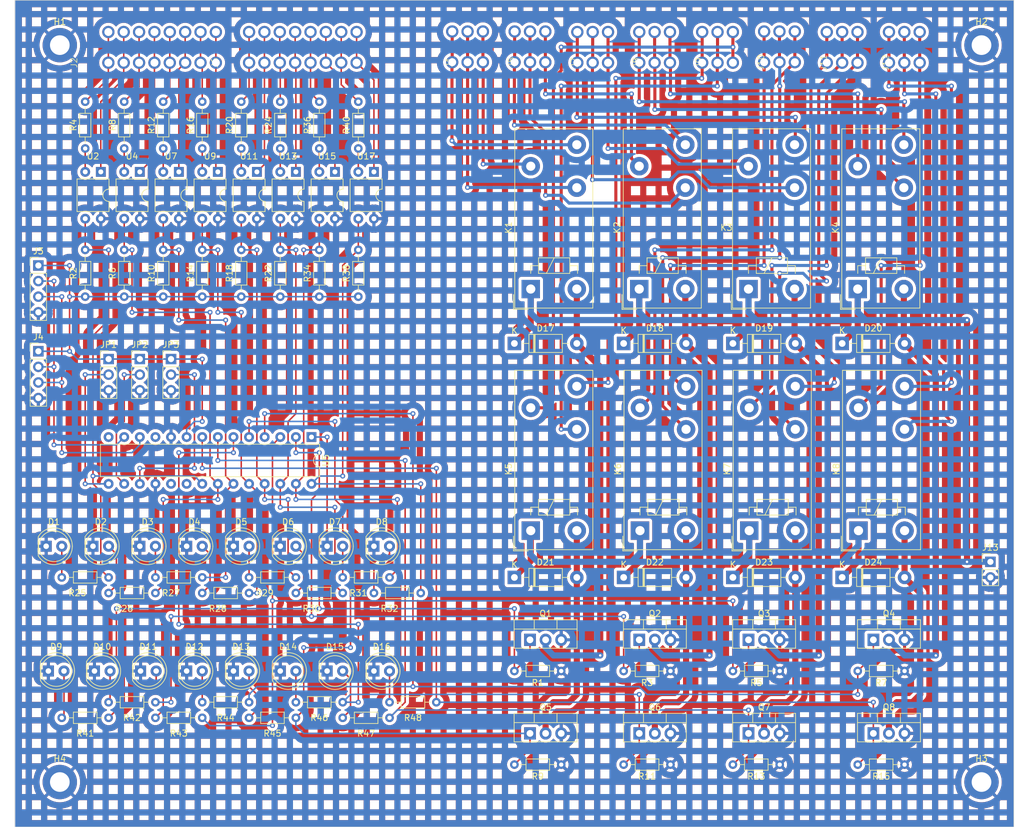
<source format=kicad_pcb>
(kicad_pcb (version 20221018) (generator pcbnew)
  (layers (0 "F.Cu" signal) (31 "B.Cu" signal) (34 "B.Paste" user) (35 "F.Paste" user) (36 "B.SilkS" user "B.Silkscreen") (37 "F.SilkS" user "F.Silkscreen") (38 "B.Mask" user) (39 "F.Mask" user) (44 "Edge.Cuts" user))
  (net 0 "")
  (net 1 "GND")
  (net 2 "Net-(D1-A)")
  (net 3 "Net-(D2-A)")
  (net 4 "Net-(D3-A)")
  (net 5 "Net-(D4-A)")
  (net 6 "Net-(D5-A)")
  (net 7 "Net-(D6-A)")
  (net 8 "Net-(D7-A)")
  (net 9 "Net-(D8-A)")
  (net 10 "Net-(D9-A)")
  (net 11 "Net-(D10-A)")
  (net 12 "Net-(D11-A)")
  (net 13 "Net-(D12-A)")
  (net 14 "Net-(D13-A)")
  (net 15 "Net-(D14-A)")
  (net 16 "Net-(D15-A)")
  (net 17 "Net-(D16-A)")
  (net 18 "VCC")
  (net 19 "Net-(D17-A)")
  (net 20 "Net-(D18-A)")
  (net 21 "Net-(D19-A)")
  (net 22 "Net-(D20-A)")
  (net 23 "Net-(D21-A)")
  (net 24 "Net-(D22-A)")
  (net 25 "Net-(D23-A)")
  (net 26 "Net-(D24-A)")
  (net 27 "Net-(J1-Pad1)")
  (net 28 "Net-(J1-Pad2)")
  (net 29 "Net-(J1-Pad3)")
  (net 30 "Net-(J2-io-Pad1)")
  (net 31 "Net-(J2-io-Pad2)")
  (net 32 "Net-(J2-io-Pad3)")
  (net 33 "Net-(J2-io-Pad4)")
  (net 34 "Net-(J2-io-Pad5)")
  (net 35 "Net-(J2-io-Pad6)")
  (net 36 "Net-(J2-io-Pad7)")
  (net 37 "Net-(J2-io-Pad8)")
  (net 38 "+5V")
  (net 39 "Net-(J3-Pin_2)")
  (net 40 "Net-(J3-Pin_3)")
  (net 41 "Net-(J5-Pad1)")
  (net 42 "Net-(J5-Pad2)")
  (net 43 "Net-(J5-Pad3)")
  (net 44 "Net-(J6-io-Pad1)")
  (net 45 "Net-(J6-io-Pad2)")
  (net 46 "Net-(J6-io-Pad3)")
  (net 47 "Net-(J6-io-Pad4)")
  (net 48 "Net-(J6-io-Pad5)")
  (net 49 "Net-(J6-io-Pad6)")
  (net 50 "Net-(J6-io-Pad7)")
  (net 51 "Net-(J6-io-Pad8)")
  (net 52 "Net-(J7-Pad1)")
  (net 53 "Net-(J7-Pad2)")
  (net 54 "Net-(J7-Pad3)")
  (net 55 "Net-(J8-Pad1)")
  (net 56 "Net-(J8-Pad2)")
  (net 57 "Net-(J8-Pad3)")
  (net 58 "Net-(J9-Pad1)")
  (net 59 "Net-(J9-Pad2)")
  (net 60 "Net-(J9-Pad3)")
  (net 61 "Net-(J10-Pad1)")
  (net 62 "Net-(J10-Pad2)")
  (net 63 "Net-(J10-Pad3)")
  (net 64 "Net-(J11-Pad1)")
  (net 65 "Net-(J11-Pad2)")
  (net 66 "Net-(J11-Pad3)")
  (net 67 "Net-(J12-Pad1)")
  (net 68 "Net-(J12-Pad2)")
  (net 69 "Net-(J12-Pad3)")
  (net 70 "/AD0")
  (net 71 "/AD1")
  (net 72 "/AD2")
  (net 73 "/b0")
  (net 74 "/b1")
  (net 75 "/b2")
  (net 76 "/b3")
  (net 77 "/b4")
  (net 78 "/b5")
  (net 79 "/b6")
  (net 80 "/b7")
  (net 81 "/a0")
  (net 82 "Net-(R4-Pad1)")
  (net 83 "/a1")
  (net 84 "Net-(R8-Pad1)")
  (net 85 "/a2")
  (net 86 "Net-(R12-Pad1)")
  (net 87 "/a3")
  (net 88 "Net-(R16-Pad1)")
  (net 89 "/a4")
  (net 90 "Net-(R20-Pad1)")
  (net 91 "/a5")
  (net 92 "Net-(R24-Pad1)")
  (net 93 "/a6")
  (net 94 "/a7")
  (net 95 "Net-(R36-Pad1)")
  (net 96 "Net-(R40-Pad1)")
  (footprint "Resistor_THT:R_Axial_DIN0204_L3.6mm_D1.6mm_P7.62mm_Horizontal" (layer "F.Cu") (at 35.56 106.68)
    (fp_text reference "R27")
    (fp_text value "330R")
  )
  (footprint "Resistor_THT:R_Axial_DIN0204_L3.6mm_D1.6mm_P7.62mm_Horizontal" (layer "F.Cu") (at 58.42 127)
    (fp_text reference "R46")
    (fp_text value "330R")
  )
  (footprint "Package_TO_SOT_THT:TO-220-3_Vertical" (layer "F.Cu") (at 114.3 132.08)
    (fp_text reference "Q6")
    (fp_text value "IRFZ24N")
  )
  (footprint "Package_TO_SOT_THT:TO-220-3_Vertical" (layer "F.Cu") (at 152.4 132.08)
    (fp_text reference "Q8")
    (fp_text value "IRFZ24N")
  )
  (footprint "Package_TO_SOT_THT:TO-220-3_Vertical" (layer "F.Cu") (at 96.52 116.84)
    (fp_text reference "Q1")
    (fp_text value "IRFZ24N")
  )
  (footprint "Diode_THT:D_DO-41_SOD81_P10.16mm_Horizontal" (layer "F.Cu") (at 93.98 68.58)
    (fp_text reference "D17")
    (fp_text value "1N4001")
  )
  (footprint "Resistor_THT:R_Axial_DIN0204_L3.6mm_D1.6mm_P7.62mm_Horizontal" (layer "F.Cu") (at 43.18 36.83 90)
    (fp_text reference "R16")
    (fp_text value "1200R")
  )
  (footprint "Resistor_THT:R_Axial_DIN0204_L3.6mm_D1.6mm_P7.62mm_Horizontal" (layer "F.Cu") (at 101.6 121.92 180)
    (fp_text reference "R1")
    (fp_text value "100kR")
  )
  (footprint "Resistor_THT:R_Axial_DIN0204_L3.6mm_D1.6mm_P7.62mm_Horizontal" (layer "F.Cu") (at 119.38 137.16 180)
    (fp_text reference "R11")
    (fp_text value "100kR")
  )
  (footprint "Connector_PinHeader_2.54mm:PinHeader_1x04_P2.54mm_Vertical" (layer "F.Cu") (at 16.51 69.85)
    (fp_text reference "J4")
    (fp_text value "Conn_01x04_Pin")
  )
  (footprint "parts_tma_1:AST_041-3" (layer "F.Cu") (at 134.62 22.78 90)
    (fp_text reference "J10")
    (fp_text value "~")
  )
  (footprint "LED_THT:LED_D5.0mm" (layer "F.Cu") (at 71.12 101.6)
    (fp_text reference "D8")
    (fp_text value "LED")
  )
  (footprint "parts_tma_1:AST_041-3" (layer "F.Cu") (at 114.3 22.86 90)
    (fp_text reference "J8")
    (fp_text value "~")
  )
  (footprint "Resistor_THT:R_Axial_DIN0204_L3.6mm_D1.6mm_P7.62mm_Horizontal" (layer "F.Cu") (at 50.8 129.54)
    (fp_text reference "R45")
    (fp_text value "330R")
  )
  (footprint "Relay_THT:Relay_SPDT_Finder_40.31" (layer "F.Cu") (at 114.3 59.7175 90)
    (fp_text reference "K2")
    (fp_text value "FINDER-40.31")
  )
  (footprint "Resistor_THT:R_Axial_DIN0204_L3.6mm_D1.6mm_P7.62mm_Horizontal" (layer "F.Cu") (at 157.48 137.16 180)
    (fp_text reference "R15")
    (fp_text value "100kR")
  )
  (footprint "Package_DIP:DIP-4_W7.62mm" (layer "F.Cu") (at 39.375 40.64 -90)
    (fp_text reference "U7")
    (fp_text value "LTV-817")
  )
  (footprint "Package_DIP:DIP-4_W7.62mm" (layer "F.Cu") (at 45.72 40.64 -90)
    (fp_text reference "U9")
    (fp_text value "LTV-817")
  )
  (footprint "Connector_PinHeader_2.54mm:PinHeader_1x02_P2.54mm_Vertical" (layer "F.Cu") (at 171.45 104.14)
    (fp_text reference "J13")
    (fp_text value "Conn_01x02")
  )
  (footprint "Connector_PinHeader_2.54mm:PinHeader_1x03_P2.54mm_Vertical" (layer "F.Cu") (at 33.02 71.12)
    (fp_text reference "JP2")
    (fp_text value "Jumper_3_Open")
  )
  (footprint "parts_tma_1:AST_041-3" (layer "F.Cu") (at 104.22 22.86 90)
    (fp_text reference "J7")
    (fp_text value "~")
  )
  (footprint "Package_DIP:DIP-4_W7.62mm" (layer "F.Cu") (at 26.675 40.64 -90)
    (fp_text reference "U2")
    (fp_text value "LTV-817")
  )
  (footprint "Diode_THT:D_DO-41_SOD81_P10.16mm_Horizontal" (layer "F.Cu") (at 147.32 106.68)
    (fp_text reference "D24")
    (fp_text value "1N4001")
  )
  (footprint "Resistor_THT:R_Axial_DIN0204_L3.6mm_D1.6mm_P7.62mm_Horizontal" (layer "F.Cu") (at 71.12 109.22)
    (fp_text reference "R32")
    (fp_text value "330R")
  )
  (footprint "LED_THT:LED_D5.0mm" (layer "F.Cu") (at 48.26 121.92)
    (fp_text reference "D13")
    (fp_text value "LED")
  )
  (footprint "LED_THT:LED_D5.0mm" (layer "F.Cu") (at 17.78 101.6)
    (fp_text reference "D1")
    (fp_text value "LED")
  )
  (footprint "Relay_THT:Relay_SPDT_Finder_40.31" (layer "F.Cu") (at 132.08 59.7175 90)
    (fp_text reference "K3")
    (fp_text value "FINDER-40.31")
  )
  (footprint "Diode_THT:D_DO-41_SOD81_P10.16mm_Horizontal" (layer "F.Cu") (at 93.98 106.68)
    (fp_text reference "D21")
    (fp_text value "1N4001")
  )
  (footprint "LED_THT:LED_D5.0mm" (layer "F.Cu") (at 48.26 101.6)
    (fp_text reference "D5")
    (fp_text value "LED")
  )
  (footprint "Resistor_THT:R_Axial_DIN0204_L3.6mm_D1.6mm_P7.62mm_Horizontal" (layer "F.Cu") (at 24.13 36.83 90)
    (fp_text reference "R4")
    (fp_text value "1200R")
  )
  (footprint "Resistor_THT:R_Axial_DIN0204_L3.6mm_D1.6mm_P7.62mm_Horizontal" (layer "F.Cu") (at 24.13 60.96 90)
    (fp_text reference "R2")
    (fp_text value "10kR")
  )
  (footprint "Resistor_THT:R_Axial_DIN0204_L3.6mm_D1.6mm_P7.62mm_Horizontal" (layer "F.Cu") (at 119.38 121.92 180)
    (fp_text reference "R3")
    (fp_text value "100kR")
  )
  (footprint "Package_TO_SOT_THT:TO-220-3_Vertical" (layer "F.Cu") (at 132.08 132.08)
    (fp_text reference "Q7")
    (fp_text value "IRFZ24N")
  )
  (footprint "Resistor_THT:R_Axial_DIN0204_L3.6mm_D1.6mm_P7.62mm_Horizontal" (layer "F.Cu") (at 36.83 60.96 90)
    (fp_text reference "R10")
    (fp_text value "10kR")
  )
  (footprint "LED_THT:LED_D5.0mm" (layer "F.Cu") (at 40.64 101.6)
    (fp_text reference "D4")
    (fp_text value "LED")
  )
  (footprint "LED_THT:LED_D5.0mm" (layer "F.Cu") (at 25.64 121.92)
    (fp_text reference "D10")
    (fp_text value "LED")
  )
  (footprint "LED_THT:LED_D5.0mm" (layer "F.Cu") (at 71.12 121.92)
    (fp_text reference "D16")
    (fp_text value "LED")
  )
  (footprint "Package_TO_SOT_THT:TO-220-3_Vertical" (layer "F.Cu") (at 152.4 116.84)
    (fp_text reference "Q4")
    (fp_text value "IRFZ24N")
  )
  (footprint "Resistor_THT:R_Axial_DIN0204_L3.6mm_D1.6mm_P7.62mm_Horizontal" (layer "F.Cu") (at 137.16 137.16 180)
    (fp_text reference "R13")
    (fp_text value "100kR")
  )
  (footprint "parts_tma_1:AST_041-3" (layer "F.Cu") (at 94.02 22.78 90)
    (fp_text reference "J5")
    (fp_text value "~")
  )
  (footprint "Resistor_THT:R_Axial_DIN0204_L3.6mm_D1.6mm_P7.62mm_Horizontal" (layer "F.Cu") (at 68.58 36.83 90)
    (fp_text reference "R40")
    (fp_text value "1200R")
  )
  (footprint "Resistor_THT:R_Axial_DIN0204_L3.6mm_D1.6mm_P7.62mm_Horizontal" (layer "F.Cu") (at 157.48 121.92 180)
    (fp_text reference "R7")
    (fp_text value "100kR")
  )
  (footprint "Resistor_THT:R_Axial_DIN0204_L3.6mm_D1.6mm_P7.62mm_Horizontal" (layer "F.Cu") (at 66.04 106.68)
    (fp_text reference "R31")
    (fp_text value "330R")
  )
  (footprint "Resistor_THT:R_Axial_DIN0204_L3.6mm_D1.6mm_P7.62mm_Horizontal" (layer "F.Cu") (at 27.94 109.22)
    (fp_text reference "R26")
    (fp_text value "330R")
  )
  (footprint "Package_TO_SOT_THT:TO-220-3_Vertical" (layer "F.Cu") (at 132.08 116.84)
    (fp_text reference "Q3")
    (fp_text value "IRFZ24N")
  )
  (footprint "Package_DIP:DIP-4_W7.62mm" (layer "F.Cu") (at 58.42 40.64 -90)
    (fp_text reference "U13")
    (fp_text value "LTV-817")
  )
  (footprint "Connector_PinHeader_2.54mm:PinHeader_1x04_P2.54mm_Vertical" (layer "F.Cu") (at 16.51 55.88)
    (fp_text reference "J3")
    (fp_text value "Conn_01x04_Pin")
  )
  (footprint "Connector_PinHeader_2.54mm:PinHeader_1x03_P2.54mm_Vertical" (layer "F.Cu") (at 38.1 71.12)
    (fp_text reference "JP3")
    (fp_text value "Jumper_3_Open")
  )
  (footprint "Relay_THT:Relay_SPDT_Finder_40.31" (layer "F.Cu") (at 114.42 99.06 90)
    (fp_text reference "K6")
    (fp_text value "FINDER-40.31")
  )
  (footprint "LED_THT:LED_D5.0mm" (layer "F.Cu") (at 55.88 121.92)
    (fp_text reference "D14")
    (fp_text value "LED")
  )
  (footprint "Resistor_THT:R_Axial_DIN0204_L3.6mm_D1.6mm_P7.62mm_Horizontal" (layer "F.Cu") (at 30.48 36.83 90)
    (fp_text reference "R8")
    (fp_text value "1200R")
  )
  (footprint "parts_tma_1:AST_041-3" (layer "F.Cu") (at 124.54 22.86 90)
    (fp_text reference "J9")
    (fp_text value "~")
  )
  (footprint "parts_tma_1:AST041-08" (layer "F.Cu") (at 27.9 22.86 90)
    (fp_text reference "J2")
    (fp_text value "~")
  )
  (footprint "MountingHole:MountingHole_3.2mm_M3_DIN965_Pad_TopBottom" (layer "F.Cu") (at 170 140)
    (fp_text reference "H3")
    (fp_text value "MountingHole_Pad")
  )
  (footprint "parts_tma_1:AST_041-3" (layer "F.Cu") (at 154.94 22.86 90)
    (fp_text reference "J12")
    (fp_text value "~")
  )
  (footprint "LED_THT:LED_D5.0mm" (layer "F.Cu") (at 18.14 121.92)
    (fp_text reference "D9")
    (fp_text value "LED")
  )
  (footprint "Relay_THT:Relay_SPDT_Finder_40.31" (layer "F.Cu") (at 96.64 99.06 90)
    (fp_text reference "K5")
    (fp_text value "FINDER-40.31")
  )
  (footprint "parts_tma_1:AST041-08" (layer "F.Cu") (at 50.8 22.86 90)
    (fp_text reference "J6")
    (fp_text value "~")
  )
  (footprint "Resistor_THT:R_Axial_DIN0204_L3.6mm_D1.6mm_P7.62mm_Horizontal" (layer "F.Cu") (at 62.23 36.83 90)
    (fp_text reference "R36")
    (fp_text value "1200R")
  )
  (footprint "LED_THT:LED_D5.0mm" (layer "F.Cu") (at 33.02 101.6)
    (fp_text reference "D3")
    (fp_text value "LED")
  )
  (footprint "LED_THT:LED_D5.0mm" (layer "F.Cu") (at 25.4 101.6)
    (fp_text reference "D2")
    (fp_text value "LED")
  )
  (footprint "Resistor_THT:R_Axial_DIN0204_L3.6mm_D1.6mm_P7.62mm_Horizontal" (layer "F.Cu") (at 20.32 106.68)
    (fp_text reference "R25")
    (fp_text value "330R")
  )
  (footprint "parts_tma_1:AST_041-3" (layer "F.Cu") (at 83.86 22.78 90)
    (fp_text reference "J1")
    (fp_text value "~")
  )
  (footprint "Resistor_THT:R_Axial_DIN0204_L3.6mm_D1.6mm_P7.62mm_Horizontal" (layer "F.Cu") (at 43.18 109.22)
    (fp_text reference "R28")
    (fp_text value "330R")
  )
  (footprint "Resistor_THT:R_Axial_DIN0204_L3.6mm_D1.6mm_P7.62mm_Horizontal" (layer "F.Cu") (at 68.58 60.96 90)
    (fp_text reference "R38")
    (fp_text value "10kR")
  )
  (footprint "LED_THT:LED_D5.0mm" (layer "F.Cu") (at 55.88 101.6)
    (fp_text reference "D6")
    (fp_text value "LED")
  )
  (footprint "Diode_THT:D_DO-41_SOD81_P10.16mm_Horizontal" (layer "F.Cu") (at 147.32 68.58)
    (fp_text reference "D20")
    (fp_text value "1N4001")
  )
  (footprint "Package_TO_SOT_THT:TO-220-3_Vertical" (layer "F.Cu") (at 96.52 132.08)
    (fp_text reference "Q5")
    (fp_text value "IRFZ24N")
  )
  (footprint "Relay_THT:Relay_SPDT_Finder_40.31" (layer "F.Cu") (at 96.64 59.7175 90)
    (fp_text reference "K1")
    (fp_text value "FINDER-40.31")
  )
  (footprint "Package_DIP:DIP-4_W7.62mm" (layer "F.Cu") (at 71.12 40.64 -90)
    (fp_text reference "U17")
    (fp_text value "LTV-817")
  )
  (footprint "Resistor_THT:R_Axial_DIN0204_L3.6mm_D1.6mm_P7.62mm_Horizontal" (layer "F.Cu") (at 20.32 129.54)
    (fp_text reference "R41")
    (fp_text value "330R")
  )
  (footprint "LED_THT:LED_D5.0mm" (layer "F.Cu") (at 33.14 121.92)
    (fp_text reference "D11")
    (fp_text value "LED")
  )
  (footprint "Package_DIP:DIP-4_W7.62mm" (layer "F.Cu") (at 64.775 40.64 -90)
    (fp_text reference "U15")
    (fp_text value "LTV-817")
  )
  (footprint "Resistor_THT:R_Axial_DIN0204_L3.6mm_D1.6mm_P7.62mm_Horizontal" (layer "F.Cu") (at 27.94 127)
    (fp_text reference "R42")
    (fp_text value "330R")
  )
  (footprint "MountingHole:MountingHole_3.2mm_M3_DIN965_Pad_TopBottom" (layer "F.Cu") (at 170 20)
    (fp_text reference "H2")
    (fp_text value "MountingHole_Pad")
  )
  (footprint "Connector_PinHeader_2.54mm:PinHeader_1x03_P2.54mm_Vertical" (layer "F.Cu") (at 27.94 71.12)
    (fp_text reference "JP1")
    (fp_text value "Jumper_3_Open")
  )
  (footprint "Package_TO_SOT_THT:TO-220-3_Vertical" (layer "F.Cu") (at 114.3 116.84)
    (fp_text reference "Q2")
    (fp_text value "IRFZ24N")
  )
  (footprint "Diode_THT:D_DO-41_SOD81_P10.16mm_Horizontal" (layer "F.Cu") (at 129.54 106.68)
    (fp_text reference "D23")
    (fp_text value "1N4001")
  )
  (footprint "LED_THT:LED_D5.0mm" (layer "F.Cu") (at 63.5 101.6)
    (fp_text reference "D7")
    (fp_text value "LED")
  )
  (footprint "Resistor_THT:R_Axial_DIN0204_L3.6mm_D1.6mm_P7.62mm_Horizontal" (layer "F.Cu") (at 66.04 129.54)
    (fp_text reference "R47")
    (fp_text value "330R")
  )
  (footprint "Resistor_THT:R_Axial_DIN0204_L3.6mm_D1.6mm_P7.62mm_Horizontal" (layer "F.Cu") (at 36.83 36.83 90)
    (fp_text reference "R12")
    (fp_text value "1200R")
  )
  (footprint "Resistor_THT:R_Axial_DIN0204_L3.6mm_D1.6mm_P7.62mm_Horizontal" (layer "F.Cu") (at 50.8 106.68)
    (fp_text reference "R29")
    (fp_text value "330R")
  )
  (footprint "Resistor_THT:R_Axial_DIN0204_L3.6mm_D1.6mm_P7.62mm_Horizontal" (layer "F.Cu") (at 43.18 127)
    (fp_text reference "R44")
    (fp_text value "330R")
  )
  (footprint "Resistor_THT:R_Axial_DIN0204_L3.6mm_D1.6mm_P7.62mm_Horizontal" (layer "F.Cu") (at 49.53 36.83 90)
    (fp_text reference "R20")
    (fp_text value "1200R")
  )
  (footprint "Resistor_THT:R_Axial_DIN0204_L3.6mm_D1.6mm_P7.62mm_Horizontal" (layer "F.Cu") (at 49.53 60.96 90)
    (fp_text reference "R18")
    (fp_text value "10kR")
  )
  (footprint "Resistor_THT:R_Axial_DIN0204_L3.6mm_D1.6mm_P7.62mm_Horizontal" (layer "F.Cu") (at 137.16 121.92 180)
    (fp_text reference "R5")
    (fp_text value "100kR")
  )
  (footprint "Resistor_THT:R_Axial_DIN0204_L3.6mm_D1.6mm_P7.62mm_Horizontal" (layer "F.Cu") (at 62.23 60.96 90)
    (fp_text reference "R34")
    (fp_text value "10kR")
  )
  (footprint "LED_THT:LED_D5.0mm" (layer "F.Cu") (at 40.64 121.92)
    (fp_text reference "D12")
    (fp_text value "LED")
  )
  (footprint "Resistor_THT:R_Axial_DIN0204_L3.6mm_D1.6mm_P7.62mm_Horizontal" (layer "F.Cu") (at 55.88 36.83 90)
    (fp_text reference "R24")
    (fp_text value "1200R")
  )
  (footprint "Resistor_THT:R_Axial_DIN0204_L3.6mm_D1.6mm_P7.62mm_Horizontal" (layer "F.Cu") (at 43.18 60.96 90)
    (fp_text reference "R14")
    (fp_text value "10kR")
  )
  (footprint "LED_THT:LED_D5.0mm" (layer "F.Cu") (at 63.5 121.92)
    (fp_text reference "D15")
    (fp_text value "LED")
  )
  (footprint "Diode_THT:D_DO-41_SOD81_P10.16mm_Horizontal" (layer "F.Cu") (at 111.76 68.58)
    (fp_text reference "D18")
    (fp_text value "1N4001")
  )
  (footprint "Relay_THT:Relay_SPDT_Finder_40.31" (layer "F.Cu") (at 149.98 99.06 90)
    (fp_text reference "K8")
    (fp_text value "FINDER-40.31")
  )
  (footprint "MountingHole:MountingHole_3.2mm_M3_DIN965_Pad_TopBottom" (layer "F.Cu") (at 20 140)
    (fp_text reference "H4")
    (fp_text value "MountingHole_Pad")
  )
  (footprint "MountingHole:MountingHole_3.2mm_M3_DIN965_Pad_TopBottom" (layer "F.Cu") (at 20 20)
    (fp_text reference "H1")
    (fp_text value "MountingHole_Pad")
  )
  (footprint "Relay_THT:Relay_SPDT_Finder_40.31" (layer "F.Cu") (at 132.2 99.06 90)
    (fp_text reference "K7")
    (fp_text value "FINDER-40.31")
  )
  (footprint "Resistor_THT:R_Axial_DIN0204_L3.6mm_D1.6mm_P7.62mm_Horizontal" (layer "F.Cu") (at 35.56 129.54)
    (fp_text reference "R43")
    (fp_text value "330R")
  )
  (footprint "Resistor_THT:R_Axial_DIN0204_L3.6mm_D1.6mm_P7.62mm_Horizontal" (layer "F.Cu") (at 73.66 127)
    (fp_text reference "R48")
    (fp_text value "330R")
  )
  (footprint "Resistor_THT:R_Axial_DIN0204_L3.6mm_D1.6mm_P7.62mm_Horizontal" (layer "F.Cu") (at 30.48 60.96 90)
    (fp_text reference "R6")
    (fp_text value "10kR")
  )
  (footprint "Relay_THT:Relay_SPDT_Finder_40.31" (layer "F.Cu") (at 149.86 59.7175 90)
    (fp_text reference "K4")
    (fp_text value "FINDER-40.31")
  )
  (footprint "parts_tma_1:AST_041-3" (layer "F.Cu") (at 144.82 22.86 90)
    (fp_text reference "J11")
    (fp_text value "~")
  )
  (footprint "Package_DIP:DIP-4_W7.62mm" (layer "F.Cu") (at 33.02 40.64 -90)
    (fp_text reference "U4")
    (fp_text value "LTV-817")
  )
  (footprint "Package_DIP:DIP-4_W7.62mm" (layer "F.Cu") (at 52.075 40.64 -90)
    (fp_text reference "U11")
    (fp_text value "LTV-817")
  )
  (footprint "Resistor_THT:R_Axial_DIN0204_L3.6mm_D1.6mm_P7.62mm_Horizontal" (layer "F.Cu") (at 58.42 109.22)
    (fp_text reference "R30")
    (fp_text value "330R")
  )
  (footprint "Diode_THT:D_DO-41_SOD81_P10.16mm_Horizontal" (layer "F.Cu") (at 129.54 68.58)
    (fp_text reference "D19")
    (fp_text value "1N4001")
  )
  (footprint "Package_DIP:DIP-28_W7.62mm" (layer "F.Cu") (at 60.96 83.82 -90)
    (fp_text reference "U5")
    (fp_text value "MCP23017_SP")
  )
  (footprint "Diode_THT:D_DO-41_SOD81_P10.16mm_Horizontal" (layer "F.Cu") (at 111.76 106.68)
    (fp_text reference "D22")
    (fp_text value "1N4001")
  )
  (footprint "Resistor_THT:R_Axial_DIN0204_L3.6mm_D1.6mm_P7.62mm_Horizontal" (layer "F.Cu") (at 101.6 137.16 180)
    (fp_text reference "R9")
    (fp_text value "100kR")
  )
  (footprint "Resistor_THT:R_Axial_DIN0204_L3.6mm_D1.6mm_P7.62mm_Horizontal" (layer "F.Cu") (at 55.88 60.96 90)
    (fp_text reference "R22")
    (fp_text value "10kR")
  )
  (gr_rect (start 12.7 12.7) (end 175.26 147.32) (stroke (width 0.1)) (fill none) (layer "Edge.Cuts"))
  (segment (start 20.32 101.6) (end 20.32 106.68) (width 0.25) (layer "F.Cu") (net 2))
  (segment (start 27.94 101.6) (end 29.21 102.87) (width 0.25) (layer "F.Cu") (net 3))
  (segment (start 29.21 102.87) (end 29.21 107.95) (width 0.25) (layer "F.Cu") (net 3))
  (segment (start 29.21 107.95) (end 27.94 109.22) (width 0.25) (layer "F.Cu") (net 3))
  (segment (start 35.56 101.6) (end 35.56 106.68) (width 0.25) (layer "F.Cu") (net 4))
  (segment (start 43.18 101.6) (end 44.45 102.87) (width 0.25) (layer "F.Cu") (net 5))
  (segment (start 44.45 107.95) (end 43.18 109.22) (width 0.25) (layer "F.Cu") (net 5))
  (segment (start 44.45 102.87) (end 44.45 107.95) (width 0.25) (layer "F.Cu") (net 5))
  (segment (start 50.8 101.6) (end 50.8 106.68) (width 0.25) (layer "F.Cu") (net 6))
  (segment (start 58.42 101.6) (end 59.69 102.87) (width 0.25) (layer "F.Cu") (net 7))
  (segment (start 59.69 102.87) (end 59.69 107.95) (width 0.25) (layer "F.Cu") (net 7))
  (segment (start 59.69 107.95) (end 58.42 109.22) (width 0.25) (layer "F.Cu") (net 7))
  (segment (start 66.04 106.68) (end 66.04 101.6) (width 0.25) (layer "F.Cu") (net 8))
  (segment (start 71.12 105.41) (end 71.12 109.22) (width 0.25) (layer "F.Cu") (net 9))
  (segment (start 73.66 102.87) (end 71.12 105.41) (width 0.25) (layer "F.Cu") (net 9))
  (segment (start 73.66 101.6) (end 73.66 102.87) (width 0.25) (layer "F.Cu") (net 9))
  (segment (start 20.68 121.92) (end 20.68 129.18) (width 0.25) (layer "F.Cu") (net 10))
  (segment (start 20.68 129.18) (end 20.32 129.54) (width 0.25) (layer "F.Cu") (net 10))
  (segment (start 28.18 121.92) (end 28.18 126.76) (width 0.25) (layer "F.Cu") (net 11))
  (segment (start 28.18 126.76) (end 27.94 127) (width 0.25) (layer "F.Cu") (net 11))
  (segment (start 35.68 121.92) (end 35.68 124.58) (width 0.25) (layer "F.Cu") (net 12))
  (segment (start 36.83 128.27) (end 35.56 129.54) (width 0.25) (layer "F.Cu") (net 12))
  (segment (start 35.68 124.58) (end 36.83 125.73) (width 0.25) (layer "F.Cu") (net 12))
  (segment (start 36.83 125.73) (end 36.83 128.27) (width 0.25) (layer "F.Cu") (net 12))
  (segment (start 43.18 121.92) (end 43.18 127) (width 0.25) (layer "F.Cu") (net 13))
  (segment (start 52.07 125.73) (end 52.07 128.27) (width 0.25) (layer "F.Cu") (net 14))
  (segment (start 50.8 121.92) (end 50.8 124.46) (width 0.25) (layer "F.Cu") (net 14))
  (segment (start 50.8 124.46) (end 52.07 125.73) (width 0.25) (layer "F.Cu") (net 14))
  (segment (start 52.07 128.27) (end 50.8 129.54) (width 0.25) (layer "F.Cu") (net 14))
  (segment (start 58.42 121.92) (end 58.42 127) (width 0.25) (layer "F.Cu") (net 15))
  (segment (start 67.31 128.27) (end 66.04 129.54) (width 0.25) (layer "F.Cu") (net 16))
  (segment (start 67.31 123.19) (end 67.31 128.27) (width 0.25) (layer "F.Cu") (net 16))
  (segment (start 66.04 121.92) (end 67.31 123.19) (width 0.25) (layer "F.Cu") (net 16))
  (segment (start 73.66 121.92) (end 73.66 127) (width 0.25) (layer "F.Cu") (net 17))
  (segment (start 132.2 104.02) (end 129.54 106.68) (width 1) (layer "F.Cu") (net 18))
  (segment (start 147.32 106.68) (end 149.98 104.02) (width 1) (layer "F.Cu") (net 18))
  (segment (start 132.08 59.7175) (end 132.08 66.04) (width 1) (layer "F.Cu") (net 18))
  (segment (start 114.42 104.02) (end 111.76 106.68) (width 1) (layer "F.Cu") (net 18))
  (segment (start 96.64 59.7175) (end 96.64 65.92) (width 1) (layer "F.Cu") (net 18))
  (segment (start 114.3 66.04) (end 111.76 68.58) (width 1) (layer "F.Cu") (net 18))
  (segment (start 132.08 66.04) (end 129.54 68.58) (width 1) (layer "F.Cu") (net 18))
  (segment (start 96.64 104.02) (end 93.98 106.68) (width 1) (layer "F.Cu") (net 18))
  (segment (start 96.64 99.06) (end 96.64 104.02) (width 1) (layer "F.Cu") (net 18))
  (segment (start 114.3 59.7175) (end 114.3 66.04) (width 1) (layer "F.Cu") (net 18))
  (segment (start 149.98 104.02) (end 149.98 99.06) (width 1) (layer "F.Cu") (net 18))
  (segment (start 114.42 99.06) (end 114.42 104.02) (width 1) (layer "F.Cu") (net 18))
  (segment (start 132.2 99.06) (end 132.2 104.02) (width 1) (layer "F.Cu") (net 18))
  (segment (start 149.86 59.7175) (end 149.86 66.04) (width 1) (layer "F.Cu") (net 18))
  (segment (start 149.86 66.04) (end 147.32 68.58) (width 1) (layer "F.Cu") (net 18))
  (segment (start 167.64 64.77) (end 167.64 104.14) (width 1) (layer "F.Cu") (net 18))
  (segment (start 96.64 65.92) (end 93.98 68.58) (width 1) (layer "F.Cu") (net 18))
  (via (at 167.64 64.77) (size 0.8) (drill 0.4) (layers "F.Cu" "B.Cu") (net 18))
  (via (at 167.64 104.14) (size 0.8) (drill 0.4) (layers "F.Cu" "B.Cu") (net 18))
  (segment (start 132.2 102.75) (end 130.81 104.14) (width 1) (layer "B.Cu") (net 18))
  (segment (start 97.79 104.14) (end 96.52 102.87) (width 1) (layer "B.Cu") (net 18))
  (segment (start 113.03 104.14) (end 97.79 104.14) (width 1) (layer "B.Cu") (net 18))
  (segment (start 149.86 63.5) (end 151.13 64.77) (width 1) (layer "B.Cu") (net 18))
  (segment (start 96.64 59.7175) (end 96.64 63.62) (width 1) (layer "B.Cu") (net 18))
  (segment (start 130.81 104.14) (end 113.03 104.14) (width 1) (layer "B.Cu") (net 18))
  (segment (start 167.64 104.14) (end 147.32 104.14) (width 1) (layer "B.Cu") (net 18))
  (segment (start 132.08 59.7175) (end 132.08 63.5) (width 1) (layer "B.Cu") (net 18))
  (segment (start 133.35 64.77) (end 151.13 64.77) (width 1) (layer "B.Cu") (net 18))
  (segment (start 114.42 99.06) (end 114.42 102.75) (width 1) (layer "B.Cu") (net 18))
  (segment (start 97.79 64.77) (end 115.57 64.77) (width 1) (layer "B.Cu") (net 18))
  (segment (start 149.98 101.48) (end 147.32 104.14) (width 1) (layer "B.Cu") (net 18))
  (segment (start 171.45 104.14) (end 167.64 104.14) (width 1) (layer "B.Cu") (net 18))
  (segment (start 151.13 64.77) (end 167.64 64.77) (width 1) (layer "B.Cu") (net 18))
  (segment (start 147.32 104.14) (end 130.81 104.14) (width 1) (layer "B.Cu") (net 18))
  (segment (start 114.42 102.75) (end 113.03 104.14) (width 1) (layer "B.Cu") (net 18))
  (segment (start 114.3 63.5) (end 115.57 64.77) (width 1) (layer "B.Cu") (net 18))
  (segment (start 149.86 59.7175) (end 149.86 63.5) (width 1) (layer "B.Cu") (net 18))
  (segment (start 132.2 99.06) (end 132.2 102.75) (width 1) (layer "B.Cu") (net 18))
  (segment (start 96.52 99.18) (end 96.64 99.06) (width 1) (layer "B.Cu") (net 18))
  (segment (start 115.57 64.77) (end 133.35 64.77) (width 1) (layer "B.Cu") (net 18))
  (segment (start 132.08 63.5) (end 133.35 64.77) (width 1) (layer "B.Cu") (net 18))
  (segment (start 149.98 99.06) (end 149.98 101.48) (width 1) (layer "B.Cu") (net 18))
  (segment (start 114.3 59.7175) (end 114.3 63.5) (width 1) (layer "B.Cu") (net 18))
  (segment (start 96.64 63.62) (end 97.79 64.77) (width 1) (layer "B.Cu") (net 18))
  (segment (start 96.52 102.87) (end 96.52 99.18) (width 1) (layer "B.Cu") (net 18))
  (segment (start 104.14 68.58) (end 107.95 72.39) (width 1) (layer "F.Cu") (net 19))
  (segment (start 104.14 59.7175) (end 104.14 68.58) (width 1) (layer "F.Cu") (net 19))
  (segment (start 107.95 72.39) (end 107.95 119.38) (width 1) (layer "F.Cu") (net 19))
  (via (at 107.95 119.38) (size 0.8) (drill 0.4) (layers "F.Cu" "B.Cu") (net 19))
  (segment (start 99.06 118.11) (end 99.06 116.84) (width 1) (layer "B.Cu") (net 19))
  (segment (start 107.95 119.38) (end 100.33 119.38) (width 1) (layer "B.Cu") (net 19))
  (segment (start 100.33 119.38) (end 99.06 118.11) (width 1) (layer "B.Cu") (net 19))
  (segment (start 121.8 59.7175) (end 121.8 68.46) (width 1) (layer "F.Cu") (net 20))
  (segment (start 125.73 72.39) (end 125.73 119.38) (width 1) (layer "F.Cu") (net 20))
  (segment (start 121.8 68.46) (end 121.92 68.58) (width 1) (layer "F.Cu") (net 20))
  (segment (start 121.92 68.58) (end 125.73 72.39) (width 1) (layer "F.Cu") (net 20))
  (via (at 125.73 119.38) (size 0.8) (drill 0.4) (layers "F.Cu" "B.Cu") (net 20))
  (segment (start 125.73 119.38) (end 118.11 119.38) (width 1) (layer "B.Cu") (net 20))
  (segment (start 116.84 118.11) (end 116.84 116.84) (width 1) (layer "B.Cu") (net 20))
  (segment (start 118.11 119.38) (end 116.84 118.11) (width 1) (layer "B.Cu") (net 20))
  (segment (start 143.51 119.38) (end 143.51 72.39) (width 1) (layer "F.Cu") (net 21))
  (segment (start 139.58 68.46) (end 139.7 68.58) (width 1) (layer "F.Cu") (net 21))
  (segment (start 143.51 72.39) (end 139.7 68.58) (width 1) (layer "F.Cu") (net 21))
  (segment (start 139.58 59.7175) (end 139.58 68.46) (width 1) (layer "F.Cu") (net 21))
  (via (at 143.51 119.38) (size 0.8) (drill 0.4) (layers "F.Cu" "B.Cu") (net 21))
  (segment (start 137.16 119.38) (end 143.51 119.38) (width 1) (layer "B.Cu") (net 21))
  (segment (start 134.62 116.84) (end 137.16 119.38) (width 1) (layer "B.Cu") (net 21))
  (segment (start 157.48 68.58) (end 162.56 73.66) (width 1) (layer "F.Cu") (net 22))
  (segment (start 157.36 59.7175) (end 157.36 68.46) (width 1) (layer "F.Cu") (net 22))
  (segment (start 162.56 73.66) (end 162.56 119.38) (width 1) (layer "F.Cu") (net 22))
  (segment (start 157.36 68.46) (end 157.48 68.58) (width 1) (layer "F.Cu") (net 22))
  (via (at 162.56 119.38) (size 0.8) (drill 0.4) (layers "F.Cu" "B.Cu") (net 22))
  (segment (start 162.56 119.38) (end 157.48 119.38) (width 1) (layer "B.Cu") (net 22))
  (segment (start 157.48 119.38) (end 154.94 116.84) (width 1) (layer "B.Cu") (net 22))
  (segment (start 104.14 106.68) (end 104.14 125.73) (width 1) (layer "F.Cu") (net 23))
  (segment (start 100.33 127) (end 99.06 128.27) (width 1) (layer "F.Cu") (net 23))
  (segment (start 104.14 99.06) (end 104.14 106.68) (width 1) (layer "F.Cu") (net 23))
  (segment (start 102.87 127) (end 100.33 127) (width 1) (layer "F.Cu") (net 23))
  (segment (start 99.06 128.27) (end 99.06 132.08) (width 1) (layer "F.Cu") (net 23))
  (segment (start 104.14 125.73) (end 102.87 127) (width 1) (layer "F.Cu") (net 23))
  (segment (start 116.84 128.27) (end 118.11 127) (width 1) (layer "F.Cu") (net 24))
  (segment (start 121.92 99.06) (end 121.92 106.68) (width 1) (layer "F.Cu") (net 24))
  (segment (start 120.65 127) (end 121.92 125.73) (width 1) (layer "F.Cu") (net 24))
  (segment (start 116.84 132.08) (end 116.84 128.27) (width 1) (layer "F.Cu") (net 24))
  (segment (start 121.92 125.73) (end 121.92 106.68) (width 1) (layer "F.Cu") (net 24))
  (segment (start 118.11 127) (end 120.65 127) (width 1) (layer "F.Cu") (net 24))
  (segment (start 138.43 127) (end 135.89 127) (width 1) (layer "F.Cu") (net 25))
  (segment (start 135.89 127) (end 134.62 128.27) (width 1) (layer "F.Cu") (net 25))
  (segment (start 134.62 128.27) (end 134.62 132.08) (width 1) (layer "F.Cu") (net 25))
  (segment (start 139.7 125.73) (end 138.43 127) (width 1) (layer "F.Cu") (net 25))
  (segment (start 139.7 99.06) (end 139.7 106.68) (width 1) (layer "F.Cu") (net 25))
  (segment (start 139.7 106.68) (end 139.7 125.73) (width 1) (layer "F.Cu") (net 25))
  (segment (start 157.48 99.06) (end 157.48 106.68) (width 1) (layer "F.Cu") (net 26))
  (segment (start 156.21 127) (end 158.75 127) (width 1) (layer "F.Cu") (net 26))
  (segment (start 158.75 127) (end 160.02 125.73) (width 1) (layer "F.Cu") (net 26))
  (segment (start 154.94 132.08) (end 154.94 128.27) (width 1) (layer "F.Cu") (net 26))
  (segment (start 154.94 128.27) (end 156.21 127) (width 1) (layer "F.Cu") (net 26))
  (segment (start 160.02 125.73) (end 160.02 109.22) (width 1) (layer "F.Cu") (net 26))
  (segment (start 160.02 109.22) (end 157.48 106.68) (width 1) (layer "F.Cu") (net 26))
  (segment (start 83.82 35.56) (end 83.82 22.82) (width 0.5) (layer "F.Cu") (net 27))
  (segment (start 83.82 22.82) (end 83.86 22.78) (width 0.5) (layer "F.Cu") (net 27))
  (segment (start 83.86 17.78) (end 83.86 22.78) (width 0.5) (layer "F.Cu") (net 27))
  (via (at 83.82 35.56) (size 0.8) (drill 0.4) (layers "F.Cu" "B.Cu") (net 27))
  (segment (start 104.14 36.2175) (end 84.4775 36.2175) (width 0.5) (layer "B.Cu") (net 27))
  (segment (start 84.4775 36.2175) (end 83.82 35.56) (width 0.5) (layer "B.Cu") (net 27))
  (segment (start 86.36 22.78) (end 86.36 43.18) (width 0.5) (layer "F.Cu") (net 28))
  (segment (start 86.36 17.78) (end 86.36 22.78) (width 0.5) (layer "F.Cu") (net 28))
  (via (at 86.36 43.18) (size 0.8) (drill 0.4) (layers "F.Cu" "B.Cu") (net 28))
  (segment (start 104.1025 43.18) (end 104.14 43.2175) (width 0.5) (layer "B.Cu") (net 28))
  (segment (start 86.36 43.18) (end 104.1025 43.18) (width 0.5) (layer "B.Cu") (net 28))
  (segment (start 88.9 39.37) (end 88.9 22.82) (width 0.5) (layer "F.Cu") (net 29))
  (segment (start 88.9 22.82) (end 88.86 22.78) (width 0.5) (layer "F.Cu") (net 29))
  (segment (start 88.86 17.78) (end 88.86 22.78) (width 0.5) (layer "F.Cu") (net 29))
  (via (at 88.9 39.37) (size 0.8) (drill 0.4) (layers "F.Cu" "B.Cu") (net 29))
  (segment (start 96.64 39.7175) (end 96.2925 39.37) (width 0.5) (layer "B.Cu") (net 29))
  (segment (start 96.2925 39.37) (end 88.9 39.37) (width 0.5) (layer "B.Cu") (net 29))
  (segment (start 24.13 29.21) (end 27.9 25.44) (width 0.25) (layer "F.Cu") (net 30))
  (segment (start 27.9 17.86) (end 27.9 22.86) (width 0.25) (layer "F.Cu") (net 30))
  (segment (start 27.9 25.44) (end 27.9 22.86) (width 0.25) (layer "F.Cu") (net 30))
  (segment (start 30.4 25.48) (end 26.67 29.21) (width 0.25) (layer "F.Cu") (net 31))
  (segment (start 30.4 22.86) (end 30.4 25.48) (width 0.25) (layer "F.Cu") (net 31))
  (segment (start 26.67 29.21) (end 26.67 40.635) (width 0.25) (layer "F.Cu") (net 31))
  (segment (start 26.67 40.635) (end 26.675 40.64) (width 0.25) (layer "F.Cu") (net 31))
  (segment (start 30.4 17.86) (end 30.4 22.86) (width 0.25) (layer "F.Cu") (net 31))
  (segment (start 32.9 26.79) (end 32.9 22.86) (width 0.25) (layer "F.Cu") (net 32))
  (segment (start 30.48 29.21) (end 32.9 26.79) (width 0.25) (layer "F.Cu") (net 32))
  (segment (start 32.9 17.86) (end 32.9 22.86) (width 0.25) (layer "F.Cu") (net 32))
  (segment (start 35.4 17.86) (end 35.4 22.86) (width 0.25) (layer "F.Cu") (net 33))
  (segment (start 35.4 38.26) (end 33.02 40.64) (width 0.25) (layer "F.Cu") (net 33))
  (segment (start 35.4 22.86) (end 35.4 38.26) (width 0.25) (layer "F.Cu") (net 33))
  (segment (start 36.83 29.21) (end 37.9 28.14) (width 0.25) (layer "F.Cu") (net 34))
  (segment (start 37.9 17.86) (end 37.9 22.86) (width 0.25) (layer "F.Cu") (net 34))
  (segment (start 37.9 28.14) (end 37.9 22.86) (width 0.25) (layer "F.Cu") (net 34))
  (segment (start 40.4 17.86) (end 40.4 22.86) (width 0.25) (layer "F.Cu") (net 35))
  (segment (start 39.375 23.885) (end 39.375 40.64) (width 0.25) (layer "F.Cu") (net 35))
  (segment (start 40.4 22.86) (end 39.375 23.885) (width 0.25) (layer "F.Cu") (net 35))
  (segment (start 43.18 23.14) (end 42.9 22.86) (width 0.25) (layer "F.Cu") (net 36))
  (segment (start 43.18 29.21) (end 43.18 23.14) (width 0.25) (layer "F.Cu") (net 36))
  (segment (start 42.9 17.86) (end 42.9 22.86) (width 0.25) (layer "F.Cu") (net 36))
  (segment (start 45.4 40.32) (end 45.72 40.64) (width 0.25) (layer "F.Cu") (net 37))
  (segment (start 45.4 17.86) (end 45.4 22.86) (width 0.25) (layer "F.Cu") (net 37))
  (segment (start 45.4 22.86) (end 45.4 40.32) (width 0.25) (layer "F.Cu") (net 37))
  (segment (start 21.59 55.88) (end 21.59 60.96) (width 0.25) (layer "F.Cu") (net 38))
  (segment (start 21.59 60.96) (end 21.59 69.85) (width 0.25) (layer "F.Cu") (net 38))
  (segment (start 43.18 71.12) (end 43.18 81.28) (width 0.25) (layer "F.Cu") (net 38))
  (via (at 21.59 69.85) (size 0.8) (drill 0.4) (layers "F.Cu" "B.Cu") (net 38))
  (via (at 43.18 71.12) (size 0.8) (drill 0.4) (layers "F.Cu" "B.Cu") (net 38))
  (via (at 21.59 55.88) (size 0.8) (drill 0.4) (layers "F.Cu" "B.Cu") (net 38))
  (via (at 43.18 81.28) (size 0.8) (drill 0.4) (layers "F.Cu" "B.Cu") (net 38))
  (via (at 21.59 60.96) (size 0.8) (drill 0.4) (layers "F.Cu" "B.Cu") (net 38))
  (segment (start 16.51 55.88) (end 21.59 55.88) (width 0.25) (layer "B.Cu") (net 38))
  (segment (start 38.1 71.12) (end 43.18 71.12) (width 0.25) (layer "B.Cu") (net 38))
  (segment (start 43.18 60.96) (end 49.53 60.96) (width 0.25) (layer "B.Cu") (net 38))
  (segment (start 38.1 71.12) (end 33.02 71.12) (width 0.25) (layer "B.Cu") (net 38))
  (segment (start 33.02 71.12) (end 27.94 71.12) (width 0.25) (layer "B.Cu") (net 38))
  (segment (start 41.91 81.28) (end 40.64 82.55) (width 0.25) (layer "B.Cu") (net 38))
  (segment (start 27.94 71.12) (end 22.86 71.12) (width 0.25) (layer "B.Cu") (net 38))
  (segment (start 49.53 60.96) (end 55.88 60.96) (width 0.25) (layer "B.Cu") (net 38))
  (segment (start 55.88 60.96) (end 62.23 60.96) (width 0.25) (layer "B.Cu") (net 38))
  (segment (start 21.59 60.96) (end 24.13 60.96) (width 0.25) (layer "B.Cu") (net 38))
  (segment (start 21.59 69.85) (end 16.51 69.85) (width 0.25) (layer "B.Cu") (net 38))
  (segment (start 43.18 81.28) (end 41.91 81.28) (width 0.25) (layer "B.Cu") (net 38))
  (segment (start 30.48 60.96) (end 36.83 60.96) (width 0.25) (layer "B.Cu") (net 38))
  (segment (start 24.13 60.96) (end 30.48 60.96) (width 0.25) (layer "B.Cu") (net 38))
  (segment (start 22.86 71.12) (end 21.59 69.85) (width 0.25) (layer "B.Cu") (net 38))
  (segment (start 40.64 82.55) (end 40.64 83.82) (width 0.25) (layer "B.Cu") (net 38))
  (segment (start 36.83 60.96) (end 43.18 60.96) (width 0.25) (layer "B.Cu") (net 38))
  (segment (start 62.23 60.96) (end 68.58 60.96) (width 0.25) (layer "B.Cu") (net 38))
  (segment (start 19.05 72.39) (end 19.05 85.09) (width 0.25) (layer "F.Cu") (net 39))
  (segment (start 19.05 58.42) (end 19.05 72.39) (width 0.25) (layer "F.Cu") (net 39))
  (via (at 19.05 85.09) (size 0.8) (drill 0.4) (layers "F.Cu" "B.Cu") (net 39))
  (via (at 19.05 58.42) (size 0.8) (drill 0.4) (layers "F.Cu" "B.Cu") (net 39))
  (via (at 19.05 72.39) (size 0.8) (drill 0.4) (layers "F.Cu" "B.Cu") (net 39))
  (segment (start 19.05 85.09) (end 29.21 85.09) (width 0.25) (layer "B.Cu") (net 39))
  (segment (start 19.05 72.39) (end 16.51 72.39) (width 0.25) (layer "B.Cu") (net 39))
  (segment (start 16.51 58.42) (end 19.05 58.42) (width 0.25) (layer "B.Cu") (net 39))
  (segment (start 29.21 85.09) (end 30.48 83.82) (width 0.25) (layer "B.Cu") (net 39))
  (segment (start 20.32 74.93) (end 20.32 86.36) (width 0.25) (layer "F.Cu") (net 40))
  (segment (start 20.32 60.96) (end 20.32 74.93) (width 0.25) (layer "F.Cu") (net 40))
  (via (at 20.32 74.93) (size 0.8) (drill 0.4) (layers "F.Cu" "B.Cu") (net 40))
  (via (at 20.32 86.36) (size 0.8) (drill 0.4) (layers "F.Cu" "B.Cu") (net 40))
  (via (at 20.32 60.96) (size 0.8) (drill 0.4) (layers "F.Cu" "B.Cu") (net 40))
  (segment (start 16.51 60.96) (end 20.32 60.96) (width 0.25) (layer "B.Cu") (net 40))
  (segment (start 20.32 86.36) (end 31.75 86.36) (width 0.25) (layer "B.Cu") (net 40))
  (segment (start 31.75 86.36) (end 33.02 85.09) (width 0.25) (layer "B.Cu") (net 40))
  (segment (start 20.32 74.93) (end 16.51 74.93) (width 0.25) (layer "B.Cu") (net 40))
  (segment (start 33.02 85.09) (end 33.02 83.82) (width 0.25) (layer "B.Cu") (net 40))
  (segment (start 94.02 22.78) (end 93.98 22.82) (width 0.5) (layer "F.Cu") (net 41))
  (segment (start 94.02 17.78) (end 94.02 22.78) (width 0.5) (layer "F.Cu") (net 41))
  (segment (start 93.98 22.82) (end 93.98 33.02) (width 0.5) (layer "F.Cu") (net 41))
  (via (at 93.98 33.02) (size 0.8) (drill 0.4) (layers "F.Cu" "B.Cu") (net 41))
  (segment (start 93.98 33.02) (end 118.6025 33.02) (width 0.5) (layer "B.Cu") (net 41))
  (segment (start 118.6025 33.02) (end 121.8 36.2175) (width 0.5) (layer "B.Cu") (net 41))
  (segment (start 96.52 31.75) (end 99.06 34.29) (width 0.5) (layer "F.Cu") (net 42))
  (segment (start 99.06 34.29) (end 99.06 44.45) (width 0.5) (layer "F.Cu") (net 42))
  (segment (start 96.52 22.78) (end 96.52 31.75) (width 0.5) (layer "F.Cu") (net 42))
  (segment (start 96.52 17.78) (end 96.52 22.78) (width 0.5) (layer "F.Cu") (net 42))
  (via (at 99.06 44.45) (size 0.8) (drill 0.4) (layers "F.Cu" "B.Cu") (net 42))
  (segment (start 101.6 44.45) (end 102.87 45.72) (width 0.5) (layer "B.Cu") (net 42))
  (segment (start 102.87 45.72) (end 119.2975 45.72) (width 0.5) (layer "B.Cu") (net 42))
  (segment (start 119.2975 45.72) (end 121.8 43.2175) (width 0.5) (layer "B.Cu") (net 42))
  (segment (start 99.06 44.45) (end 101.6 44.45) (width 0.5) (layer "B.Cu") (net 42))
  (segment (start 99.02 27.9) (end 99.06 27.94) (width 0.5) (layer "F.Cu") (net 43))
  (segment (start 113.03 38.4475) (end 114.3 39.7175) (width 0.5) (layer "F.Cu") (net 43))
  (segment (start 99.02 22.78) (end 99.02 27.9) (width 0.5) (layer "F.Cu") (net 43))
  (segment (start 99.02 17.78) (end 99.02 22.78) (width 0.5) (layer "F.Cu") (net 43))
  (segment (start 113.03 27.94) (end 113.03 38.4475) (width 0.5) (layer "F.Cu") (net 43))
  (via (at 99.06 27.94) (size 0.8) (drill 0.4) (layers "F.Cu" "B.Cu") (net 43))
  (via (at 113.03 27.94) (size 0.8) (drill 0.4) (layers "F.Cu" "B.Cu") (net 43))
  (segment (start 99.06 27.94) (end 113.03 27.94) (width 0.5) (layer "B.Cu") (net 43))
  (segment (start 50.8 17.86) (end 50.8 22.86) (width 0.25) (layer "F.Cu") (net 44))
  (segment (start 49.53 29.21) (end 50.8 27.94) (width 0.25) (layer "F.Cu") (net 44))
  (segment (start 50.8 27.94) (end 50.8 22.86) (width 0.25) (layer "F.Cu") (net 44))
  (segment (start 53.3 22.86) (end 53.3 39.415) (width 0.25) (layer "F.Cu") (net 45))
  (segment (start 53.3 17.86) (end 53.3 22.86) (width 0.25) (layer "F.Cu") (net 45))
  (segment (start 53.3 39.415) (end 52.075 40.64) (width 0.25) (layer "F.Cu") (net 45))
  (segment (start 55.8 17.86) (end 55.8 22.86) (width 0.25) (layer "F.Cu") (net 46))
  (segment (start 55.88 29.21) (end 55.88 22.94) (width 0.25) (layer "F.Cu") (net 46))
  (segment (start 55.88 22.94) (end 55.8 22.86) (width 0.25) (layer "F.Cu") (net 46))
  (segment (start 58.42 22.98) (end 58.42 40.64) (width 0.25) (layer "F.Cu") (net 47))
  (segment (start 58.3 22.86) (end 58.42 22.98) (width 0.25) (layer "F.Cu") (net 47))
  (segment (start 58.3 17.86) (end 58.3 22.86) (width 0.25) (layer "F.Cu") (net 47))
  (segment (start 60.8 27.78) (end 60.8 22.86) (width 0.25) (layer "F.Cu") (net 48))
  (segment (start 60.8 17.86) (end 60.8 22.86) (width 0.25) (layer "F.Cu") (net 48))
  (segment (start 62.23 29.21) (end 60.8 27.78) (width 0.25) (layer "F.Cu") (net 48))
  (segment (start 64.775 24.335) (end 64.775 40.64) (width 0.25) (layer "F.Cu") (net 49))
  (segment (start 63.3 17.86) (end 63.3 22.86) (width 0.25) (layer "F.Cu") (net 49))
  (segment (start 63.3 22.86) (end 64.775 24.335) (width 0.25) (layer "F.Cu") (net 49))
  (segment (start 68.58 29.21) (end 65.8 26.43) (width 0.25) (layer "F.Cu") (net 50))
  (segment (start 65.8 17.86) (end 65.8 22.86) (width 0.25) (layer "F.Cu") (net 50))
  (segment (start 65.8 26.43) (end 65.8 22.86) (width 0.25) (layer "F.Cu") (net 50))
  (segment (start 71.12 25.68) (end 71.12 40.64) (width 0.25) (layer "F.Cu") (net 51))
  (segment (start 68.3 22.86) (end 71.12 25.68) (width 0.25) (layer "F.Cu") (net 51))
  (segment (start 68.3 22.86) (end 68.3 17.86) (width 0.25) (layer "F.Cu") (net 51))
  (segment (start 139.7 36.0975) (end 139.58 36.2175) (width 0.5) (layer "F.Cu") (net 52))
  (segment (start 104.22 17.86) (end 104.22 22.86) (width 0.5) (layer "F.Cu") (net 52))
  (segment (start 104.22 31.67) (end 104.14 31.75) (width 0.5) (layer "F.Cu") (net 52))
  (segment (start 139.7 31.75) (end 139.7 36.0975) (width 0.5) (layer "F.Cu") (net 52))
  (segment (start 104.22 22.86) (end 104.22 31.67) (width 0.5) (layer "F.Cu") (net 52))
  (via (at 139.7 31.75) (size 0.8) (drill 0.4) (layers "F.Cu" "B.Cu") (net 52))
  (via (at 104.14 31.75) (size 0.8) (drill 0.4) (layers "F.Cu" "B.Cu") (net 52))
  (segment (start 104.14 31.75) (end 139.7 31.75) (width 0.5) (layer "B.Cu") (net 52))
  (segment (start 106.72 17.86) (end 106.72 22.86) (width 0.5) (layer "F.Cu") (net 53))
  (segment (start 106.68 41.91) (end 106.68 22.9) (width 0.5) (layer "F.Cu") (net 53))
  (segment (start 106.68 22.9) (end 106.72 22.86) (width 0.5) (layer "F.Cu") (net 53))
  (via (at 106.68 41.91) (size 0.8) (drill 0.4) (layers "F.Cu" "B.Cu") (net 53))
  (segment (start 139.58 43.2175) (end 125.7675 43.2175) (width 0.5) (layer "B.Cu") (net 53))
  (segment (start 123.19 40.64) (end 121.92 40.64) (width 0.5) (layer "B.Cu") (net 53))
  (segment (start 120.65 40.64) (end 119.38 41.91) (width 0.5) (layer "B.Cu") (net 53))
  (segment (start 124.46 41.91) (end 123.19 40.64) (width 0.5) (layer "B.Cu") (net 53))
  (segment (start 119.38 41.91) (end 106.68 41.91) (width 0.5) (layer "B.Cu") (net 53))
  (segment (start 121.92 40.64) (end 120.65 40.64) (width 0.5) (layer "B.Cu") (net 53))
  (segment (start 125.7675 43.2175) (end 124.46 41.91) (width 0.5) (layer "B.Cu") (net 53))
  (segment (start 109.22 17.86) (end 109.22 22.86) (width 0.5) (layer "F.Cu") (net 54))
  (segment (start 109.22 22.86) (end 109.22 36.83) (width 0.5) (layer "F.Cu") (net 54))
  (via (at 109.22 36.83) (size 0.8) (drill 0.4) (layers "F.Cu" "B.Cu") (net 54))
  (segment (start 109.22 36.83) (end 118.11 36.83) (width 0.5) (layer "B.Cu") (net 54))
  (segment (start 118.11 36.83) (end 120.65 39.37) (width 0.5) (layer "B.Cu") (net 54))
  (segment (start 131.7325 39.37) (end 132.08 39.7175) (width 0.5) (layer "B.Cu") (net 54))
  (segment (start 120.65 39.37) (end 131.7325 39.37) (width 0.5) (layer "B.Cu") (net 54))
  (segment (start 114.3 29.21) (end 114.3 22.86) (width 0.5) (layer "F.Cu") (net 55))
  (segment (start 157.36 36.2175) (end 157.36 29.33) (width 0.5) (layer "F.Cu") (net 55))
  (segment (start 114.3 17.86) (end 114.3 22.86) (width 0.5) (layer "F.Cu") (net 55))
  (segment (start 157.36 29.33) (end 157.48 29.21) (width 0.5) (layer "F.Cu") (net 55))
  (via (at 114.3 29.21) (size 0.8) (drill 0.4) (layers "F.Cu" "B.Cu") (net 55))
  (via (at 157.48 29.21) (size 0.8) (drill 0.4) (layers "F.Cu" "B.Cu") (net 55))
  (segment (start 157.48 29.21) (end 114.3 29.21) (width 0.5) (layer "B.Cu") (net 55))
  (segment (start 153.67 39.5275) (end 153.67 30.48) (width 0.5) (layer "F.Cu") (net 56))
  (segment (start 116.8 17.86) (end 116.8 22.86) (width 0.5) (layer "F.Cu") (net 56))
  (segment (start 116.84 30.48) (end 116.84 22.9) (width 0.5) (layer "F.Cu") (net 56))
  (segment (start 116.84 22.9) (end 116.8 22.86) (width 0.5) (layer "F.Cu") (net 56))
  (segment (start 157.36 43.2175) (end 153.67 39.5275) (width 0.5) (layer "F.Cu") (net 56))
  (via (at 153.67 30.48) (size 0.8) (drill 0.4) (layers "F.Cu" "B.Cu") (net 56))
  (via (at 116.84 30.48) (size 0.8) (drill 0.4) (layers "F.Cu" "B.Cu") (net 56))
  (segment (start 153.67 30.48) (end 116.84 30.48) (width 0.5) (layer "B.Cu") (net 56))
  (segment (start 149.86 39.7175) (end 149.86 27.94) (width 0.5) (layer "F.Cu") (net 57))
  (segment (start 119.3 17.86) (end 119.3 22.86) (width 0.5) (layer "F.Cu") (net 57))
  (segment (start 119.38 22.94) (end 119.3 22.86) (width 0.5) (layer "F.Cu") (net 57))
  (segment (start 119.38 27.94) (end 119.38 22.94) (width 0.5) (layer "F.Cu") (net 57))
  (via (at 119.38 27.94) (size 0.8) (drill 0.4) (layers "F.Cu" "B.Cu") (net 57))
  (via (at 149.86 27.94) (size 0.8) (drill 0.4) (layers "F.Cu" "B.Cu") (net 57))
  (segment (start 149.86 27.94) (end 119.38 27.94) (width 0.5) (layer "B.Cu") (net 57))
  (segment (start 110.49 66.04) (end 109.22 67.31) (width 0.5) (layer "F.Cu") (net 58))
  (segment (start 124.54 25.32) (end 124.46 25.4) (width 0.5) (layer "F.Cu") (net 58))
  (segment (start 109.22 67.31) (end 109.22 74.93) (width 0.5) (layer "F.Cu") (net 58))
  (segment (start 110.49 25.4) (end 110.49 66.04) (width 0.5) (layer "F.Cu") (net 58))
  (segment (start 124.54 22.86) (end 124.54 25.32) (width 0.5) (layer "F.Cu") (net 58))
  (segment (start 124.54 17.86) (end 124.54 22.86) (width 0.5) (layer "F.Cu") (net 58))
  (via (at 110.49 25.4) (size 0.8) (drill 0.4) (layers "F.Cu" "B.Cu") (net 58))
  (via (at 124.46 25.4) (size 0.8) (drill 0.4) (layers "F.Cu" "B.Cu") (net 58))
  (via (at 109.22 74.93) (size 0.8) (drill 0.4) (layers "F.Cu" "B.Cu") (net 58))
  (segment (start 104.77 74.93) (end 104.14 75.56) (width 0.5) (layer "B.Cu") (net 58))
  (segment (start 109.22 74.93) (end 104.77 74.93) (width 0.5) (layer "B.Cu") (net 58))
  (segment (start 124.46 25.4) (end 110.49 25.4) (width 0.5) (layer "B.Cu") (net 58))
  (segment (start 127 26.67) (end 127 22.9) (width 0.5) (layer "F.Cu") (net 59))
  (segment (start 127.04 17.86) (end 127.04 22.86) (width 0.5) (layer "F.Cu") (net 59))
  (segment (start 127 22.9) (end 127.04 22.86) (width 0.5) (layer "F.Cu") (net 59))
  (segment (start 101.6 82.55) (end 101.6 26.67) (width 0.5) (layer "F.Cu") (net 59))
  (via (at 101.6 82.55) (size 0.8) (drill 0.4) (layers "F.Cu" "B.Cu") (net 59))
  (via (at 101.6 26.67) (size 0.8) (drill 0.4) (layers "F.Cu" "B.Cu") (net 59))
  (via (at 127 26.67) (size 0.8) (drill 0.4) (layers "F.Cu" "B.Cu") (net 59))
  (segment (start 104.14 82.56) (end 101.61 82.56) (width 0.5) (layer "B.Cu") (net 59))
  (segment (start 101.6 26.67) (end 127 26.67) (width 0.5) (layer "B.Cu") (net 59))
  (segment (start 101.61 82.56) (end 101.6 82.55) (width 0.5) (layer "B.Cu") (net 59))
  (segment (start 98.74 79.06) (end 96.64 79.06) (width 0.5) (layer "F.Cu") (net 60))
  (segment (start 101.6 20.32) (end 101.6 24.13) (width 0.5) (layer "F.Cu") (net 60))
  (segment (start 100.33 77.47) (end 98.74 79.06) (width 0.5) (layer "F.Cu") (net 60))
  (segment (start 100.33 25.4) (end 100.33 77.47) (width 0.5) (layer "F.Cu") (net 60))
  (segment (start 101.6 24.13) (end 100.33 25.4) (width 0.5) (layer "F.Cu") (net 60))
  (segment (start 129.54 17.86) (end 129.54 22.86) (width 0.5) (layer "F.Cu") (net 60))
  (via (at 129.54 20.32) (size 0.8) (drill 0.4) (layers "F.Cu" "B.Cu") (net 60))
  (via (at 101.6 20.32) (size 0.8) (drill 0.4) (layers "F.Cu" "B.Cu") (net 60))
  (segment (start 129.54 20.32) (end 101.6 20.32) (width 0.5) (layer "B.Cu") (net 60))
  (segment (start 121.92 75.56) (end 121.28 75.56) (width 0.5) (layer "F.Cu") (net 61))
  (segment (start 121.28 75.56) (end 119.38 73.66) (width 0.5) (layer "F.Cu") (net 61))
  (segment (start 134.62 55.88) (end 134.62 22.78) (width 0.5) (layer "F.Cu") (net 61))
  (segment (start 119.38 73.66) (end 119.38 55.88) (width 0.5) (layer "F.Cu") (net 61))
  (segment (start 134.62 17.78) (end 134.62 22.78) (width 0.5) (layer "F.Cu") (net 61))
  (via (at 119.38 55.88) (size 0.8) (drill 0.4) (layers "F.Cu" "B.Cu") (net 61))
  (via (at 134.62 55.88) (size 0.8) (drill 0.4) (layers "F.Cu" "B.Cu") (net 61))
  (segment (start 119.38 55.88) (end 134.62 55.88) (width 0.5) (layer "B.Cu") (net 61))
  (segment (start 137.16 54.61) (end 137.16 26.67) (width 0.5) (layer "F.Cu") (net 62))
  (segment (start 137.12 17.78) (end 137.12 22.78) (width 0.5) (layer "F.Cu") (net 62))
  (segment (start 118.11 78.75) (end 118.11 54.61) (width 0.5) (layer "F.Cu") (net 62))
  (segment (start 121.92 82.56) (end 118.11 78.75) (width 0.5) (layer "F.Cu") (net 62))
  (via (at 137.16 26.67) (size 0.8) (drill 0.4) (layers "F.Cu" "B.Cu") (net 62))
  (via (at 118.11 54.61) (size 0.8) (drill 0.4) (layers "F.Cu" "B.Cu") (net 62))
  (via (at 137.16 54.61) (size 0.8) (drill 0.4) (layers "F.Cu" "B.Cu") (net 62))
  (segment (start 118.11 54.61) (end 137.16 54.61) (width 0.5) (layer "B.Cu") (net 62))
  (segment (start 137.16 22.82) (end 137.12 22.78) (width 0.5) (layer "B.Cu") (net 62))
  (segment (start 137.16 26.67) (end 137.16 22.82) (width 0.5) (layer "B.Cu") (net 62))
  (segment (start 139.62 17.78) (end 139.62 22.78) (width 0.5) (layer "F.Cu") (net 63))
  (segment (start 116.84 53.34) (end 116.84 76.64) (width 0.5) (layer "F.Cu") (net 63))
  (segment (start 116.84 76.64) (end 114.42 79.06) (width 0.5) (layer "F.Cu") (net 63))
  (segment (start 139.62 22.78) (end 135.89 26.51) (width 0.5) (layer "F.Cu") (net 63))
  (segment (start 135.89 26.51) (end 135.89 53.34) (width 0.5) (layer "F.Cu") (net 63))
  (via (at 116.84 53.34) (size 0.8) (drill 0.4) (layers "F.Cu" "B.Cu") (net 63))
  (via (at 135.89 53.34) (size 0.8) (drill 0.4) (layers "F.Cu" "B.Cu") (net 63))
  (segment (start 135.89 53.34) (end 116.84 53.34) (width 0.5) (layer "B.Cu") (net 63))
  (segment (start 146.05 72.39) (end 142.24 68.58) (width 0.5) (layer "F.Cu") (net 64))
  (segment (start 144.82 17.86) (end 144.82 22.86) (width 0.5) (layer "F.Cu") (net 64))
  (segment (start 142.24 25.44) (end 144.82 22.86) (width 0.5) (layer "F.Cu") (net 64))
  (segment (start 146.05 74.93) (end 146.05 72.39) (width 0.5) (layer "F.Cu") (net 64))
  (segment (start 142.24 68.58) (end 142.24 25.44) (width 0.5) (layer "F.Cu") (net 64))
  (via (at 146.05 74.93) (size 0.8) (drill 0.4) (layers "F.Cu" "B.Cu") (net 64))
  (segment (start 139.7 75.56) (end 145.42 75.56) (width 0.5) (layer "B.Cu") (net 64))
  (segment (start 145.42 75.56) (end 146.05 74.93) (width 0.5) (layer "B.Cu") (net 64))
  (segment (start 137.16 80.02) (end 139.7 82.56) (width 0.5) (layer "F.Cu") (net 65))
  (segment (start 143.51 26.67) (end 143.51 27.94) (width 0.5) (layer "F.Cu") (net 65))
  (segment (start 137.16 57.15) (end 137.16 80.02) (width 0.5) (layer "F.Cu") (net 65))
  (segment (start 147.32 22.86) (end 143.51 26.67) (width 0.5) (layer "F.Cu") (net 65))
  (segment (start 143.51 57.15) (end 144.78 58.42) (width 0.5) (layer "F.Cu") (net 65))
  (segment (start 147.32 17.86) (end 147.32 22.86) (width 0.5) (layer "F.Cu") (net 65))
  (segment (start 143.51 27.94) (end 143.51 57.15) (width 0.5) (layer "F.Cu") (net 65))
  (via (at 137.16 57.15) (size 0.8) (drill 0.4) (layers "F.Cu" "B.Cu") (net 65))
  (via (at 144.78 58.42) (size 0.8) (drill 0.4) (layers "F.Cu" "B.Cu") (net 65))
  (segment (start 142.24 58.42) (end 140.97 57.15) (width 0.5) (layer "B.Cu") (net 65))
  (segment (start 140.97 57.15) (end 137.16 57.15) (width 0.5) (layer "B.Cu") (net 65))
  (segment (start 144.78 58.42) (end 142.24 58.42) (width 0.5) (layer "B.Cu") (net 65))
  (segment (start 135.89 75.37) (end 135.89 55.88) (width 0.5) (layer "F.Cu") (net 66))
  (segment (start 149.82 17.86) (end 149.82 22.86) (width 0.5) (layer "F.Cu") (net 66))
  (segment (start 144.78 55.88) (end 144.78 27.9) (width 0.5) (layer "F.Cu") (net 66))
  (segment (start 144.78 27.9) (end 149.82 22.86) (width 0.5) (layer "F.Cu") (net 66))
  (segment (start 132.2 79.06) (end 135.89 75.37) (width 0.5) (layer "F.Cu") (net 66))
  (via (at 135.89 55.88) (size 0.8) (drill 0.4) (layers "F.Cu" "B.Cu") (net 66))
  (via (at 144.78 55.88) (size 0.8) (drill 0.4) (layers "F.Cu" "B.Cu") (net 66))
  (segment (start 135.89 55.88) (end 144.78 55.88) (width 0.5) (layer "B.Cu") (net 66))
  (segment (start 154.94 17.86) (end 154.94 22.86) (width 0.5) (layer "F.Cu") (net 67))
  (segment (start 154.94 26.67) (end 154.94 22.86) (width 0.5) (layer "F.Cu") (net 67))
  (segment (start 165.1 74.93) (end 165.1 26.67) (width 0.5) (layer "F.Cu") (net 67))
  (via (at 165.1 26.67) (size 0.8) (drill 0.4) (layers "F.Cu" "B.Cu") (net 67))
  (via (at 154.94 26.67) (size 0.8) (drill 0.4) (layers "F.Cu" "B.Cu") (net 67))
  (via (at 165.1 74.93) (size 0.8) (drill 0.4) (layers "F.Cu" "B.Cu") (net 67))
  (segment (start 164.47 75.56) (end 165.1 74.93) (width 0.5) (layer "B.Cu") (net 67))
  (segment (start 157.48 75.56) (end 164.47 75.56) (width 0.5) (layer "B.Cu") (net 67))
  (segment (start 165.1 26.67) (end 154.94 26.67) (width 0.5) (layer "B.Cu") (net 67))
  (segment (start 157.44 22.86) (end 157.44 27.9) (width 0.5) (layer "F.Cu") (net 68))
  (segment (start 162.56 27.94) (end 162.56 71.12) (width 0.5) (layer "F.Cu") (net 68))
  (segment (start 157.44 27.9) (end 157.48 27.94) (width 0.5) (layer "F.Cu") (net 68))
  (segment (start 163.83 80.01) (end 165.1 81.28) (width 0.5) (layer "F.Cu") (net 68))
  (segment (start 163.83 72.39) (end 163.83 80.01) (width 0.5) (layer "F.Cu") (net 68))
  (segment (start 162.56 71.12) (end 163.83 72.39) (width 0.5) (layer "F.Cu") (net 68))
  (segment (start 157.44 17.86) (end 157.44 22.86) (width 0.5) (layer "F.Cu") (net 68))
  (via (at 162.56 27.94) (size 0.8) (drill 0.4) (layers "F.Cu" "B.Cu") (net 68))
  (via (at 157.48 27.94) (size 0.8) (drill 0.4) (layers "F.Cu" "B.Cu") (net 68))
  (via (at 165.1 81.28) (size 0.8) (drill 0.4) (layers "F.Cu" "B.Cu") (net 68))
  (segment (start 158.76 81.28) (end 157.48 82.56) (width 0.5) (layer "B.Cu") (net 68))
  (segment (start 165.1 81.28) (end 158.76 81.28) (width 0.5) (layer "B.Cu") (net 68))
  (segment (start 157.48 27.94) (end 162.56 27.94) (width 0.5) (layer "B.Cu") (net 68))
  (segment (start 153.67 75.37) (end 149.98 79.06) (width 0.5) (layer "F.Cu") (net 69))
  (segment (start 159.94 55.8) (end 160.02 55.88) (width 0.5) (layer "F.Cu") (net 69))
  (segment (start 159.94 22.86) (end 159.94 55.8) (width 0.5) (layer "F.Cu") (net 69))
  (segment (start 159.94 17.86) (end 159.94 22.86) (width 0.5) (layer "F.Cu") (net 69))
  (segment (start 153.67 55.88) (end 153.67 75.37) (width 0.5) (layer "F.Cu") (net 69))
  (via (at 160.02 55.88) (size 0.8) (drill 0.4) (layers "F.Cu" "B.Cu") (net 69))
  (via (at 153.67 55.88) (size 0.8) (drill 0.4) (layers "F.Cu" "B.Cu") (net 69))
  (segment (start 160.02 55.88) (end 153.67 55.88) (width 0.5) (layer "B.Cu") (net 69))
  (segment (start 24.13 73.66) (end 24.13 91.44) (width 0.25) (layer "F.Cu") (net 70))
  (via (at 24.13 91.44) (size 0.8) (drill 0.4) (layers "F.Cu" "B.Cu") (net 70))
  (via (at 24.13 73.66) (size 0.8) (drill 0.4) (layers "F.Cu" "B.Cu") (net 70))
  (segment (start 24.13 91.44) (end 27.94 91.44) (width 0.25) (layer "B.Cu") (net 70))
  (segment (start 27.94 73.66) (end 24.13 73.66) (width 0.25) (layer "B.Cu") (net 70))
  (segment (start 29.21 82.55) (end 29.21 90.17) (width 0.25) (layer "F.Cu") (net 71))
  (segment (start 29.21 90.17) (end 30.48 91.44) (width 0.25) (layer "F.Cu") (net 71))
  (segment (start 30.48 73.66) (end 30.48 81.28) (width 0.25) (layer "F.Cu") (net 71))
  (segment (start 30.48 81.28) (end 29.21 82.55) (width 0.25) (layer "F.Cu") (net 71))
  (via (at 30.48 73.66) (size 0.8) (drill 0.4) (layers "F.Cu" "B.Cu") (net 71))
  (segment (start 33.02 73.66) (end 30.48 73.66) (width 0.25) (layer "B.Cu") (net 71))
  (segment (start 41.91 73.66) (end 41.91 88.9) (width 0.25) (layer "F.Cu") (net 72))
  (segment (start 33.02 88.9) (end 33.02 91.44) (width 0.25) (layer "F.Cu") (net 72))
  (via (at 41.91 73.66) (size 0.8) (drill 0.4) (layers "F.Cu" "B.Cu") (net 72))
  (via (at 33.02 88.9) (size 0.8) (drill 0.4) (layers "F.Cu" "B.Cu") (net 72))
  (via (at 41.91 88.9) (size 0.8) (drill 0.4) (layers "F.Cu" "B.Cu") (net 72))
  (segment (start 34.29 88.9) (end 33.02 88.9) (width 0.25) (layer "B.Cu") (net 72))
  (segment (start 38.1 73.66) (end 41.91 73.66) (width 0.25) (layer "B.Cu") (net 72))
  (segment (start 41.91 88.9) (end 34.29 88.9) (width 0.25) (layer "B.Cu") (net 72))
  (segment (start 63.5 99.06) (end 62.23 100.33) (width 0.25) (layer "F.Cu") (net 73))
  (segment (start 96.52 116.84) (end 96.52 119.38) (width 0.25) (layer "F.Cu") (net 73))
  (segment (start 93.98 121.92) (end 93.98 111.76) (width 0.25) (layer "F.Cu") (net 73))
  (segment (start 30.48 127) (end 27.94 129.54) (width 0.25) (layer "F.Cu") (net 73))
  (segment (start 29.21 111.76) (end 29.21 120.65) (width 0.25) (layer "F.Cu") (net 73))
  (segment (start 30.48 121.92) (end 30.48 127) (width 0.25) (layer "F.Cu") (net 73))
  (segment (start 29.21 120.65) (end 30.48 121.92) (width 0.25) (layer "F.Cu") (net 73))
  (segment (start 62.23 100.33) (end 62.23 111.76) (width 0.25) (layer "F.Cu") (net 73))
  (segment (start 63.5 83.82) (end 63.5 99.06) (width 0.25) (layer "F.Cu") (net 73))
  (segment (start 96.52 119.38) (end 93.98 121.92) (width 0.25) (layer "F.Cu") (net 73))
  (via (at 29.21 111.76) (size 0.8) (drill 0.4) (layers "F.Cu" "B.Cu") (net 73))
  (via (at 63.5 83.82) (size 0.8) (drill 0.4) (layers "F.Cu" "B.Cu") (net 73))
  (via (at 62.23 111.76) (size 0.8) (drill 0.4) (layers "F.Cu" "B.Cu") (net 73))
  (via (at 93.98 111.76) (size 0.8) (drill 0.4) (layers "F.Cu" "B.Cu") (net 73))
  (segment (start 62.23 111.76) (end 29.21 111.76) (width 0.25) (layer "B.Cu") (net 73))
  (segment (start 93.98 111.76) (end 62.23 111.76) (width 0.25) (layer "B.Cu") (net 73))
  (segment (start 60.96 83.82) (end 63.5 83.82) (width 0.25) (layer "B.Cu") (net 73))
  (segment (start 114.3 119.38) (end 111.76 121.92) (width 0.25) (layer "F.Cu") (net 74))
  (segment (start 38.1 127) (end 38.1 113.03) (width 0.25) (layer "F.Cu") (net 74))
  (segment (start 114.3 116.84) (end 114.3 119.38) (width 0.25) (layer "F.Cu") (net 74))
  (segment (start 58.42 86.36) (end 58.42 83.82) (width 0.25) (layer "F.Cu") (net 74))
  (segment (start 62.23 92.71) (end 62.23 86.36) (width 0.25) (layer "F.Cu") (net 74))
  (segment (start 111.76 113.03) (end 111.76 121.92) (width 0.25) (layer "F.Cu") (net 74))
  (segment (start 60.96 93.98) (end 62.23 92.71) (width 0.25) (layer "F.Cu") (net 74))
  (segment (start 60.96 113.03) (end 60.96 93.98) (width 0.25) (layer "F.Cu") (net 74))
  (via (at 38.1 113.03) (size 0.8) (drill 0.4) (layers "F.Cu" "B.Cu") (net 74))
  (via (at 62.23 86.36) (size 0.8) (drill 0.4) (layers "F.Cu" "B.Cu") (net 74))
  (via (at 111.76 113.03) (size 0.8) (drill 0.4) (layers "F.Cu" "B.Cu") (net 74))
  (via (at 38.1 127) (size 0.8) (drill 0.4) (layers "F.Cu" "B.Cu") (net 74))
  (via (at 58.42 86.36) (size 0.8) (drill 0.4) (layers "F.Cu" "B.Cu") (net 74))
  (via (at 60.96 113.03) (size 0.8) (drill 0.4) (layers "F.Cu" "B.Cu") (net 74))
  (segment (start 62.23 86.36) (end 58.42 86.36) (width 0.25) (layer "B.Cu") (net 74))
  (segment (start 60.96 113.03) (end 111.76 113.03) (width 0.25) (layer "B.Cu") (net 74))
  (segment (start 38.1 113.03) (end 60.96 113.03) (width 0.25) (layer "B.Cu") (net 74))
  (segment (start 35.56 127) (end 38.1 127) (width 0.25) (layer "B.Cu") (net 74))
  (segment (start 54.61 100.33) (end 54.61 114.3) (width 0.25) (layer "F.Cu") (net 75))
  (segment (start 54.61 114.3) (end 54.61 130.81) (width 0.25) (layer "F.Cu") (net 75))
  (segment (start 132.08 119.38) (end 132.08 116.84) (width 0.25) (layer "F.Cu") (net 75))
  (segment (start 54.61 85.09) (end 54.61 100.33) (width 0.25) (layer "F.Cu") (net 75))
  (segment (start 129.54 121.92) (end 129.54 110.49) (width 0.25) (layer "F.Cu") (net 75))
  (segment (start 129.54 121.92) (end 132.08 119.38) (width 0.25) (layer "F.Cu") (net 75))
  (segment (start 55.88 83.82) (end 54.61 85.09) (width 0.25) (layer "F.Cu") (net 75))
  (via (at 54.61 130.81) (size 0.8) (drill 0.4) (layers "F.Cu" "B.Cu") (net 75))
  (via (at 129.54 110.49) (size 0.8) (drill 0.4) (layers "F.Cu" "B.Cu") (net 75))
  (via (at 54.61 110.49) (size 0.8) (drill 0.4) (layers "F.Cu" "B.Cu") (net 75))
  (segment (start 129.54 110.49) (end 54.61 110.49) (width 0.25) (layer "B.Cu") (net 75))
  (segment (start 44.45 130.81) (end 43.18 129.54) (width 0.25) (layer "B.Cu") (net 75))
  (segment (start 54.61 130.81) (end 44.45 130.81) (width 0.25) (layer "B.Cu") (net 75))
  (segment (start 77.47 80.01) (end 77.47 124.46) (width 0.25) (layer "F.Cu") (net 76))
  (segment (start 149.86 121.92) (end 149.86 125.73) (width 0.25) (layer "F.Cu") (net 76))
  (segment (start 152.4 119.38) (end 152.4 116.84) (width 0.25) (layer "F.Cu") (net 76))
  (segment (start 53.34 83.82) (end 53.34 80.01) (width 0.25) (layer "F.Cu") (net 76))
  (segment (start 149.86 121.92) (end 152.4 119.38) (width 0.25) (layer "F.Cu") (net 76))
  (via (at 77.47 80.01) (size 0.8) (drill 0.4) (layers "F.Cu" "B.Cu") (net 76))
  (via (at 77.47 124.46) (size 0.8) (drill 0.4) (layers "F.Cu" "B.Cu") (net 76))
  (via (at 53.34 80.01) (size 0.8) (drill 0.4) (layers "F.Cu" "B.Cu") (net 76))
  (via (at 149.86 125.73) (size 0.8) (drill 0.4) (layers "F.Cu" "B.Cu") (net 76))
  (segment (start 53.34 80.01) (end 77.47 80.01) (width 0.25) (layer "B.Cu") (net 76))
  (segment (start 50.8 125.73) (end 50.8 127) (width 0.25) (layer "B.Cu") (net 76))
  (segment (start 115.57 125.73) (end 114.3 124.46) (width 0.25) (layer "B.Cu") (net 76))
  (segment (start 149.86 125.73) (end 115.57 125.73) (width 0.25) (layer "B.Cu") (net 76))
  (segment (start 114.3 124.46) (end 52.07 124.46) (width 0.25) (layer "B.Cu") (net 76))
  (segment (start 52.07 124.46) (end 50.8 125.73) (width 0.25) (layer "B.Cu") (net 76))
  (segment (start 67.31 100.33) (end 67.31 118.11) (width 0.25) (layer "F.Cu") (net 77))
  (segment (start 96.52 134.62) (end 93.98 137.16) (width 0.25) (layer "F.Cu") (net 77))
  (segment (start 96.52 132.08) (end 96.52 134.62) (width 0.25) (layer "F.Cu") (net 77))
  (segment (start 59.69 128.27) (end 58.42 129.54) (width 0.25) (layer "F.Cu") (net 77))
  (segment (start 59.69 118.11) (end 59.69 128.27) (width 0.25) (layer "F.Cu") (net 77))
  (segment (start 64.77 93.98) (end 66.04 95.25) (width 0.25) (layer "F.Cu") (net 77))
  (segment (start 50.8 83.82) (end 50.8 81.28) (width 0.25) (layer "F.Cu") (net 77))
  (segment (start 66.04 99.06) (end 67.31 100.33) (width 0.25) (layer "F.Cu") (net 77))
  (segment (start 64.77 81.28) (end 64.77 93.98) (width 0.25) (layer "F.Cu") (net 77))
  (segment (start 66.04 95.25) (end 66.04 99.06) (width 0.25) (layer "F.Cu") (net 77))
  (via (at 50.8 81.28) (size 0.8) (drill 0.4) (layers "F.Cu" "B.Cu") (net 77))
  (via (at 64.77 81.28) (size 0.8) (drill 0.4) (layers "F.Cu" "B.Cu") (net 77))
  (via (at 67.31 118.11) (size 0.8) (drill 0.4) (layers "F.Cu" "B.Cu") (net 77))
  (via (at 59.69 118.11) (size 0.8) (drill 0.4) (layers "F.Cu" "B.Cu") (net 77))
  (segment (start 59.69 132.08) (end 58.42 130.81) (width 0.25) (layer "B.Cu") (net 77))
  (segment (start 58.42 130.81) (end 58.42 129.54) (width 0.25) (layer "B.Cu") (net 77))
  (segment (start 67.31 118.11) (end 59.69 118.11) (width 0.25) (layer "B.Cu") (net 77))
  (segment (start 50.8 81.28) (end 64.77 81.28) (width 0.25) (layer "B.Cu") (net 77))
  (segment (start 96.52 132.08) (end 59.69 132.08) (width 0.25) (layer "B.Cu") (net 77))
  (segment (start 114.3 132.08) (end 114.3 125.73) (width 0.25) (layer "F.Cu") (net 78))
  (segment (start 114.3 132.08) (end 114.3 134.62) (width 0.25) (layer "F.Cu") (net 78))
  (segment (start 39.37 86.36) (end 39.37 114.3) (width 0.25) (layer "F.Cu") (net 78))
  (segment (start 114.3 134.62) (end 111.76 137.16) (width 0.25) (layer "F.Cu") (net 78))
  (segment (start 68.58 114.3) (end 68.58 127) (width 0.25) (layer "F.Cu") (net 78))
  (segment (start 48.26 83.82) (end 48.26 86.36) (width 0.25) (layer "F.Cu") (net 78))
  (via (at 68.58 114.3) (size 0.8) (drill 0.4) (layers "F.Cu" "B.Cu") (net 78))
  (via (at 68.58 127) (size 0.8) (drill 0.4) (layers "F.Cu" "B.Cu") (net 78))
  (via (at 48.26 86.36) (size 0.8) (drill 0.4) (layers "F.Cu" "B.Cu") (net 78))
  (via (at 39.37 86.36) (size 0.8) (drill 0.4) (layers "F.Cu" "B.Cu") (net 78))
  (via (at 114.3 125.73) (size 0.8) (drill 0.4) (layers "F.Cu" "B.Cu") (net 78))
  (via (at 39.37 114.3) (size 0.8) (drill 0.4) (layers "F.Cu" "B.Cu") (net 78))
  (segment (start 68.58 127) (end 66.04 127) (width 0.25) (layer "B.Cu") (net 78))
  (segment (start 48.26 86.36) (end 39.37 86.36) (width 0.25) (layer "B.Cu") (net 78))
  (segment (start 114.3 125.73) (end 67.31 125.73) (width 0.25) (layer "B.Cu") (net 78))
  (segment (start 67.31 125.73) (end 66.04 127) (width 0.25) (layer "B.Cu") (net 78))
  (segment (start 39.37 114.3) (end 68.58 114.3) (width 0.25) (layer "B.Cu") (net 78))
  (segment (start 132.08 132.08) (end 132.08 134.62) (width 0.25) (layer "F.Cu") (net 79))
  (segment (start 132.08 132.08) (end 132.08 128.27) (width 0.25) (layer "F.Cu") (net 79))
  (segment (start 45.72 83.82) (end 45.72 87.63) (width 0.25) (layer "F.Cu") (net 79))
  (segment (start 76.2 127) (end 73.66 129.54) (width 0.25) (layer "F.Cu") (net 79))
  (segment (start 76.2 87.63) (end 76.2 127) (width 0.25) (layer "F.Cu") (net 79))
  (segment (start 132.08 134.62) (end 129.54 137.16) (width 0.25) (layer "F.Cu") (net 79))
  (via (at 132.08 128.27) (size 0.8) (drill 0.4) (layers "F.Cu" "B.Cu") (net 79))
  (via (at 45.72 87.63) (size 0.8) (drill 0.4) (layers "F.Cu" "B.Cu") (net 79))
  (via (at 76.2 87.63) (size 0.8) (drill 0.4) (layers "F.Cu" "B.Cu") (net 79))
  (segment (start 45.72 87.63) (end 76.2 87.63) (width 0.25) (layer "B.Cu") (net 79))
  (segment (start 132.08 128.27) (end 74.93 128.27) (width 0.25) (layer "B.Cu") (net 79))
  (segment (start 74.93 128.27) (end 73.66 129.54) (width 0.25) (layer "B.Cu") (net 79))
  (segment (start 152.4 127) (end 152.4 132.08) (width 0.25) (layer "F.Cu") (net 80))
  (segment (start 152.4 134.62) (end 149.86 137.16) (width 0.25) (layer "F.Cu") (net 80))
  (segment (start 43.18 83.82) (end 43.18 88.9) (width 0.25) (layer "F.Cu") (net 80))
  (segment (start 81.28 88.9) (end 81.28 127) (width 0.25) (layer "F.Cu") (net 80))
  (segment (start 152.4 132.08) (end 152.4 134.62) (width 0.25) (layer "F.Cu") (net 80))
  (via (at 152.4 127) (size 0.8) (drill 0.4) (layers "F.Cu" "B.Cu") (net 80))
  (via (at 43.18 88.9) (size 0.8) (drill 0.4) (layers "F.Cu" "B.Cu") (net 80))
  (via (at 81.28 88.9) (size 0.8) (drill 0.4) (layers "F.Cu" "B.Cu") (net 80))
  (segment (start 81.28 127) (end 152.4 127) (width 0.25) (layer "B.Cu") (net 80))
  (segment (start 43.18 88.9) (end 81.28 88.9) (width 0.25) (layer "B.Cu") (net 80))
  (segment (start 25.4 91.44) (end 25.4 90.17) (width 0.25) (layer "F.Cu") (net 81))
  (segment (start 27.94 53.34) (end 27.94 64.77) (width 0.25) (layer "F.Cu") (net 81))
  (segment (start 24.135 48.26) (end 24.135 53.335) (width 0.25) (layer "F.Cu") (net 81))
  (segment (start 26.67 92.71) (end 25.4 91.44) (width 0.25) (layer "F.Cu") (net 81))
  (segment (start 26.67 105.41) (end 26.67 92.71) (width 0.25) (layer "F.Cu") (net 81))
  (segment (start 27.94 64.77) (end 25.4 67.31) (width 0.25) (layer "F.Cu") (net 81))
  (segment (start 24.135 53.335) (end 24.13 53.34) (width 0.25) (layer "F.Cu") (net 81))
  (segment (start 25.4 67.31) (end 25.4 90.17) (width 0.25) (layer "F.Cu") (net 81))
  (segment (start 27.94 106.68) (end 26.67 105.41) (width 0.25) (layer "F.Cu") (net 81))
  (via (at 27.94 53.34) (size 0.8) (drill 0.4) (layers "F.Cu" "B.Cu") (net 81))
  (via (at 25.4 90.17) (size 0.8) (drill 0.4) (layers "F.Cu" "B.Cu") (net 81))
  (segment (start 41.91 90.17) (end 43.18 91.44) (width 0.25) (layer "B.Cu") (net 81))
  (segment (start 25.4 90.17) (end 41.91 90.17) (width 0.25) (layer "B.Cu") (net 81))
  (segment (start 24.13 53.34) (end 27.94 53.34) (width 0.25) (layer "B.Cu") (net 81))
  (segment (start 24.13 36.83) (end 24.13 40.635) (width 0.25) (layer "F.Cu") (net 82))
  (segment (start 24.13 40.635) (end 24.135 40.64) (width 0.25) (layer "F.Cu") (net 82))
  (segment (start 44.45 63.5) (end 44.45 90.17) (width 0.25) (layer "F.Cu") (net 83))
  (segment (start 44.45 90.17) (end 45.72 91.44) (width 0.25) (layer "F.Cu") (net 83))
  (segment (start 31.75 53.34) (end 31.75 63.5) (width 0.25) (layer "F.Cu") (net 83))
  (segment (start 30.48 48.26) (end 30.48 53.34) (width 0.25) (layer "F.Cu") (net 83))
  (segment (start 36.83 107.95) (end 36.83 93.98) (width 0.25) (layer "F.Cu") (net 83))
  (segment (start 35.56 109.22) (end 36.83 107.95) (width 0.25) (layer "F.Cu") (net 83))
  (segment (start 45.72 93.98) (end 45.72 91.44) (width 0.25) (layer "F.Cu") (net 83))
  (via (at 45.72 93.98) (size 0.8) (drill 0.4) (layers "F.Cu" "B.Cu") (net 83))
  (via (at 31.75 53.34) (size 0.8) (drill 0.4) (layers "F.Cu" "B.Cu") (net 83))
  (via (at 31.75 63.5) (size 0.8) (drill 0.4) (layers "F.Cu" "B.Cu") (net 83))
  (via (at 44.45 63.5) (size 0.8) (drill 0.4) (layers "F.Cu" "B.Cu") (net 83))
  (via (at 36.83 93.98) (size 0.8) (drill 0.4) (layers "F.Cu" "B.Cu") (net 83))
  (segment (start 31.75 63.5) (end 44.45 63.5) (width 0.25) (layer "B.Cu") (net 83))
  (segment (start 30.48 53.34) (end 31.75 53.34) (width 0.25) (layer "B.Cu") (net 83))
  (segment (start 36.83 93.98) (end 45.72 93.98) (width 0.25) (layer "B.Cu") (net 83))
  (segment (start 30.48 36.83) (end 30.48 40.64) (width 0.25) (layer "F.Cu") (net 84))
  (segment (start 46.99 90.17) (end 48.26 91.44) (width 0.25) (layer "F.Cu") (net 85))
  (segment (start 36.835 53.335) (end 36.83 53.34) (width 0.25) (layer "F.Cu") (net 85))
  (segment (start 39.37 53.34) (end 39.37 64.77) (width 0.25) (layer "F.Cu") (net 85))
  (segment (start 46.99 64.77) (end 46.99 90.17) (width 0.25) (layer "F.Cu") (net 85))
  (segment (start 46.99 92.71) (end 48.26 91.44) (width 0.25) (layer "F.Cu") (net 85))
  (segment (start 46.99 106.68) (end 46.99 92.71) (width 0.25) (layer "F.Cu") (net 85))
  (segment (start 36.835 48.26) (end 36.835 53.335) (width 0.25) (layer "F.Cu") (net 85))
  (via (at 39.37 53.34) (size 0.8) (drill 0.4) (layers "F.Cu" "B.Cu") (net 85))
  (via (at 46.99 64.77) (size 0.8) (drill 0.4) (layers "F.Cu" "B.Cu") (net 85))
  (via (at 46.99 106.68) (size 0.8) (drill 0.4) (layers "F.Cu" "B.Cu") (net 85))
  (via (at 39.37 64.77) (size 0.8) (drill 0.4) (layers "F.Cu" "B.Cu") (net 85))
  (segment (start 43.18 106.68) (end 46.99 106.68) (width 0.25) (layer "B.Cu") (net 85))
  (segment (start 36.83 53.34) (end 39.37 53.34) (width 0.25) (layer "B.Cu") (net 85))
  (segment (start 39.37 64.77) (end 46.99 64.77) (width 0.25) (layer "B.Cu") (net 85))
  (segment (start 36.83 36.83) (end 36.83 40.635) (width 0.25) (layer "F.Cu") (net 86))
  (segment (start 36.83 40.635) (end 36.835 40.64) (width 0.25) (layer "F.Cu") (net 86))
  (segment (start 52.07 109.22) (end 52.07 92.71) (width 0.25) (layer "F.Cu") (net 87))
  (segment (start 49.53 63.5) (end 49.53 90.17) (width 0.25) (layer "F.Cu") (net 87))
  (segment (start 45.72 53.34) (end 45.72 63.5) (width 0.25) (layer "F.Cu") (net 87))
  (segment (start 49.53 90.17) (end 50.8 91.44) (width 0.25) (layer "F.Cu") (net 87))
  (segment (start 52.07 92.71) (end 50.8 91.44) (width 0.25) (layer "F.Cu") (net 87))
  (segment (start 43.18 48.26) (end 43.18 53.34) (width 0.25) (layer "F.Cu") (net 87))
  (via (at 45.72 63.5) (size 0.8) (drill 0.4) (layers "F.Cu" "B.Cu") (net 87))
  (via (at 49.53 63.5) (size 0.8) (drill 0.4) (layers "F.Cu" "B.Cu") (net 87))
  (via (at 45.72 53.34) (size 0.8) (drill 0.4) (layers "F.Cu" "B.Cu") (net 87))
  (via (at 52.07 109.22) (size 0.8) (drill 0.4) (layers "F.Cu" "B.Cu") (net 87))
  (segment (start 45.72 63.5) (end 49.53 63.5) (width 0.25) (layer "B.Cu") (net 87))
  (segment (start 43.18 53.34) (end 45.72 53.34) (width 0.25) (layer "B.Cu") (net 87))
  (segment (start 50.8 109.22) (end 52.07 109.22) (width 0.25) (layer "B.Cu") (net 87))
  (segment (start 43.18 36.83) (end 43.18 40.64) (width 0.25) (layer "F.Cu") (net 88))
  (segment (start 52.07 53.34) (end 52.07 90.17) (width 0.25) (layer "F.Cu") (net 89))
  (segment (start 49.535 48.26) (end 49.535 53.335) (width 0.25) (layer "F.Cu") (net 89))
  (segment (start 57.15 105.41) (end 57.15 104.14) (width 0.25) (layer "F.Cu") (net 89))
  (segment (start 53.34 93.98) (end 53.34 91.44) (width 0.25) (layer "F.Cu") (net 89))
  (segment (start 57.15 104.14) (end 57.15 93.98) (width 0.25) (layer "F.Cu") (net 89))
  (segment (start 58.42 106.68) (end 57.15 105.41) (width 0.25) (layer "F.Cu") (net 89))
  (segment (start 49.535 53.335) (end 49.53 53.34) (width 0.25) (layer "F.Cu") (net 89))
  (segment (start 52.07 90.17) (end 53.34 91.44) (width 0.25) (layer "F.Cu") (net 89))
  (via (at 57.15 93.98) (size 0.8) (drill 0.4) (layers "F.Cu" "B.Cu") (net 89))
  (via (at 53.34 93.98) (size 0.8) (drill 0.4) (layers "F.Cu" "B.Cu") (net 89))
  (via (at 52.07 53.34) (size 0.8) (drill 0.4) (layers "F.Cu" "B.Cu") (net 89))
  (segment (start 49.53 53.34) (end 52.07 53.34) (width 0.25) (layer "B.Cu") (net 89))
  (segment (start 57.15 93.98) (end 53.34 93.98) (width 0.25) (layer "B.Cu") (net 89))
  (segment (start 49.53 40.635) (end 49.535 40.64) (width 0.25) (layer "F.Cu") (net 90))
  (segment (start 49.53 36.83) (end 49.53 40.635) (width 0.25) (layer "F.Cu") (net 90))
  (segment (start 58.42 53.34) (end 58.42 80.01) (width 0.25) (layer "F.Cu") (net 91))
  (segment (start 57.15 90.17) (end 55.88 91.44) (width 0.25) (layer "F.Cu") (net 91))
  (segment (start 55.88 48.26) (end 55.88 53.34) (width 0.25) (layer "F.Cu") (net 91))
  (segment (start 57.15 81.28) (end 57.15 90.17) (width 0.25) (layer "F.Cu") (net 91))
  (segment (start 66.04 109.22) (end 64.77 107.95) (width 0.25) (layer "F.Cu") (net 91))
  (segment (start 55.88 95.25) (end 55.88 91.44) (width 0.25) (layer "F.Cu") (net 91))
  (segment (start 64.77 107.95) (end 64.77 95.25) (width 0.25) (layer "F.Cu") (net 91))
  (segment (start 58.42 80.01) (end 57.15 81.28) (width 0.25) (layer "F.Cu") (net 91))
  (via (at 55.88 95.25) (size 0.8) (drill 0.4) (layers "F.Cu" "B.Cu") (net 91))
  (via (at 58.42 53.34) (size 0.8) (drill 0.4) (layers "F.Cu" "B.Cu") (net 91))
  (via (at 64.77 95.25) (size 0.8) (drill 0.4) (layers "F.Cu" "B.Cu") (net 91))
  (segment (start 55.88 53.34) (end 58.42 53.34) (width 0.25) (layer "B.Cu") (net 91))
  (segment (start 64.77 95.25) (end 55.88 95.25) (width 0.25) (layer "B.Cu") (net 91))
  (segment (start 55.88 36.83) (end 55.88 40.64) (width 0.25) (layer "F.Cu") (net 92))
  (segment (start 62.235 53.335) (end 62.23 53.34) (width 0.25) (layer "F.Cu") (net 93))
  (segment (start 58.42 93.98) (end 58.42 91.44) (width 0.25) (layer "F.Cu") (net 93))
  (segment (start 74.93 105.41) (end 74.93 93.98) (width 0.25) (layer "F.Cu") (net 93))
  (segment (start 73.66 106.68) (end 74.93 105.41) (width 0.25) (layer "F.Cu") (net 93))
  (segment (start 59.69 53.34) (end 59.69 90.17) (width 0.25) (layer "F.Cu") (net 93))
  (segment (start 62.235 48.26) (end 62.235 53.335) (width 0.25) (layer "F.Cu") (net 93))
  (segment (start 59.69 90.17) (end 58.42 91.44) (width 0.25) (layer "F.Cu") (net 93))
  (via (at 59.69 53.34) (size 0.8) (drill 0.4) (layers "F.Cu" "B.Cu") (net 93))
  (via (at 58.42 93.98) (size 0.8) (drill 0.4) (layers "F.Cu" "B.Cu") (net 93))
  (via (at 74.93 93.98) (size 0.8) (drill 0.4) (layers "F.Cu" "B.Cu") (net 93))
  (segment (start 62.23 53.34) (end 59.69 53.34) (width 0.25) (layer "B.Cu") (net 93))
  (segment (start 74.93 93.98) (end 58.42 93.98) (width 0.25) (layer "B.Cu") (net 93))
  (segment (start 68.58 53.34) (end 66.04 55.88) (width 0.25) (layer "F.Cu") (net 94))
  (segment (start 66.04 55.88) (end 66.04 90.17) (width 0.25) (layer "F.Cu") (net 94))
  (segment (start 78.74 109.22) (end 78.74 91.44) (width 0.25) (layer "F.Cu") (net 94))
  (segment (start 68.58 48.26) (end 68.58 53.34) (width 0.25) (layer "F.Cu") (net 94))
  (via (at 78.74 91.44) (size 0.8) (drill 0.4) (layers "F.Cu" "B.Cu") (net 94))
  (via (at 66.04 90.17) (size 0.8) (drill 0.4) (layers "F.Cu" "B.Cu") (net 94))
  (segment (start 60.96 91.44) (end 78.74 91.44) (width 0.25) (layer "B.Cu") (net 94))
  (segment (start 66.04 90.17) (end 62.23 90.17) (width 0.25) (layer "B.Cu") (net 94))
  (segment (start 62.23 90.17) (end 60.96 91.44) (width 0.25) (layer "B.Cu") (net 94))
  (segment (start 62.23 40.635) (end 62.235 40.64) (width 0.25) (layer "F.Cu") (net 95))
  (segment (start 62.23 36.83) (end 62.23 40.635) (width 0.25) (layer "F.Cu") (net 95))
  (segment (start 68.58 36.83) (end 68.58 40.64) (width 0.25) (layer "F.Cu") (net 96))
  (zone (net 1) (net_name "GND") (layers "F&B.Cu") (connect_pads (clearance 0.5)) (min_thickness 0.25) (fill yes (mode hatch) (thermal_gap 0.5) (thermal_bridge_width 0.5) (hatch_thickness 1) (hatch_gap 1.5) (hatch_orientation 0) (hatch_border_algorithm hatch_thickness) (hatch_min_hole_area 0.3))
    (polygon (pts (xy 12.7 12.7) (xy 175.26 12.7) (xy 175.26 147.32) (xy 12.7 147.32)))
  )
)
</source>
